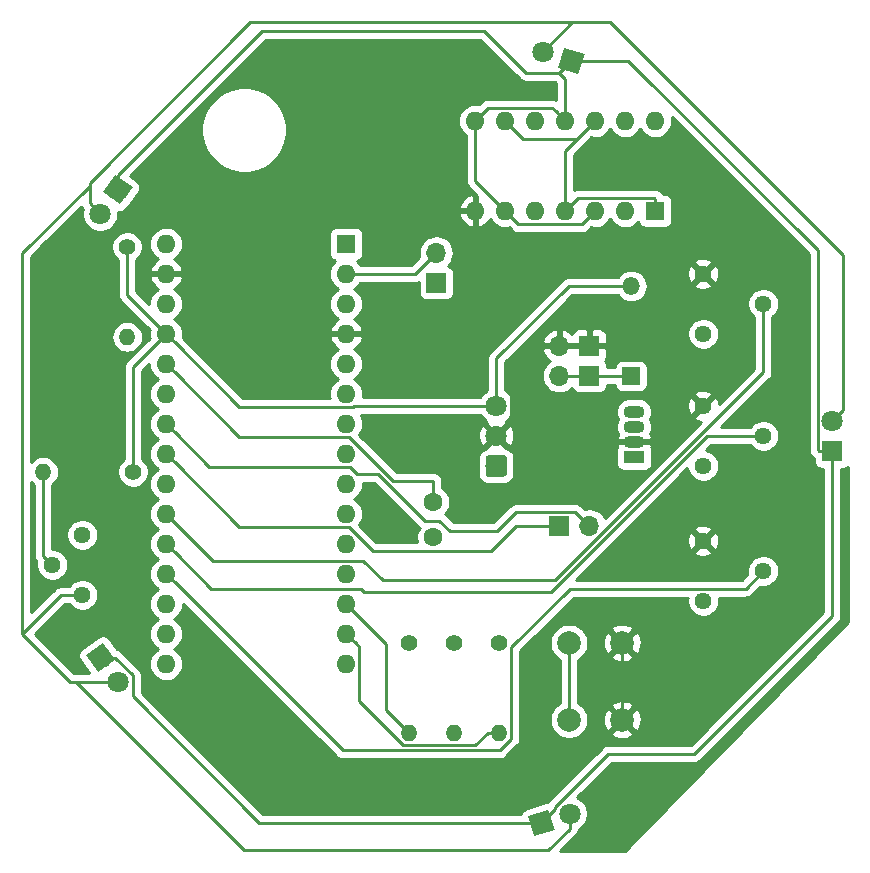
<source format=gbr>
G04 #@! TF.GenerationSoftware,KiCad,Pcbnew,(5.1.4)-1*
G04 #@! TF.CreationDate,2022-06-01T15:16:57+01:00*
G04 #@! TF.ProjectId,Swarm-B,53776172-6d2d-4422-9e6b-696361645f70,rev?*
G04 #@! TF.SameCoordinates,Original*
G04 #@! TF.FileFunction,Copper,L1,Top*
G04 #@! TF.FilePolarity,Positive*
%FSLAX46Y46*%
G04 Gerber Fmt 4.6, Leading zero omitted, Abs format (unit mm)*
G04 Created by KiCad (PCBNEW (5.1.4)-1) date 2022-06-01 15:16:57*
%MOMM*%
%LPD*%
G04 APERTURE LIST*
%ADD10C,1.440000*%
%ADD11O,1.600000X1.600000*%
%ADD12R,1.600000X1.600000*%
%ADD13C,1.800000*%
%ADD14C,0.100000*%
%ADD15R,1.700000X1.700000*%
%ADD16O,1.700000X1.700000*%
%ADD17R,1.800000X1.800000*%
%ADD18O,1.500000X1.500000*%
%ADD19R,1.500000X1.500000*%
%ADD20C,1.600000*%
%ADD21O,1.800000X1.070000*%
%ADD22R,1.800000X1.070000*%
%ADD23C,2.000000*%
%ADD24C,1.400000*%
%ADD25O,1.400000X1.400000*%
%ADD26C,0.800000*%
%ADD27C,0.250000*%
%ADD28C,0.254000*%
G04 APERTURE END LIST*
D10*
X141732000Y-103124000D03*
X146812000Y-105664000D03*
X141732000Y-108204000D03*
D11*
X96266000Y-113538000D03*
X111506000Y-113538000D03*
X96266000Y-77978000D03*
X111506000Y-110998000D03*
X96266000Y-80518000D03*
X111506000Y-108458000D03*
X96266000Y-83058000D03*
X111506000Y-105918000D03*
X96266000Y-85598000D03*
X111506000Y-103378000D03*
X96266000Y-88138000D03*
X111506000Y-100838000D03*
X96266000Y-90678000D03*
X111506000Y-98298000D03*
X96266000Y-93218000D03*
X111506000Y-95758000D03*
X96266000Y-95758000D03*
X111506000Y-93218000D03*
X96266000Y-98298000D03*
X111506000Y-90678000D03*
X96266000Y-100838000D03*
X111506000Y-88138000D03*
X96266000Y-103378000D03*
X111506000Y-85598000D03*
X96266000Y-105918000D03*
X111506000Y-83058000D03*
X96266000Y-108458000D03*
X111506000Y-80518000D03*
X96266000Y-110998000D03*
D12*
X111506000Y-77978000D03*
D13*
X124206000Y-91694000D03*
X124206000Y-94234000D03*
D14*
G36*
X124881947Y-95875196D02*
G01*
X124906060Y-95878773D01*
X124929707Y-95884696D01*
X124952659Y-95892908D01*
X124974695Y-95903331D01*
X124995604Y-95915863D01*
X125015183Y-95930384D01*
X125033245Y-95946755D01*
X125049616Y-95964817D01*
X125064137Y-95984396D01*
X125076669Y-96005305D01*
X125087092Y-96027341D01*
X125095304Y-96050293D01*
X125101227Y-96073940D01*
X125104804Y-96098053D01*
X125106000Y-96122400D01*
X125106000Y-97425600D01*
X125104804Y-97449947D01*
X125101227Y-97474060D01*
X125095304Y-97497707D01*
X125087092Y-97520659D01*
X125076669Y-97542695D01*
X125064137Y-97563604D01*
X125049616Y-97583183D01*
X125033245Y-97601245D01*
X125015183Y-97617616D01*
X124995604Y-97632137D01*
X124974695Y-97644669D01*
X124952659Y-97655092D01*
X124929707Y-97663304D01*
X124906060Y-97669227D01*
X124881947Y-97672804D01*
X124857600Y-97674000D01*
X123554400Y-97674000D01*
X123530053Y-97672804D01*
X123505940Y-97669227D01*
X123482293Y-97663304D01*
X123459341Y-97655092D01*
X123437305Y-97644669D01*
X123416396Y-97632137D01*
X123396817Y-97617616D01*
X123378755Y-97601245D01*
X123362384Y-97583183D01*
X123347863Y-97563604D01*
X123335331Y-97542695D01*
X123324908Y-97520659D01*
X123316696Y-97497707D01*
X123310773Y-97474060D01*
X123307196Y-97449947D01*
X123306000Y-97425600D01*
X123306000Y-96122400D01*
X123307196Y-96098053D01*
X123310773Y-96073940D01*
X123316696Y-96050293D01*
X123324908Y-96027341D01*
X123335331Y-96005305D01*
X123347863Y-95984396D01*
X123362384Y-95964817D01*
X123378755Y-95946755D01*
X123396817Y-95930384D01*
X123416396Y-95915863D01*
X123437305Y-95903331D01*
X123459341Y-95892908D01*
X123482293Y-95884696D01*
X123505940Y-95878773D01*
X123530053Y-95875196D01*
X123554400Y-95874000D01*
X124857600Y-95874000D01*
X124881947Y-95875196D01*
X124881947Y-95875196D01*
G37*
D13*
X124206000Y-96774000D03*
D15*
X132080000Y-89154000D03*
D16*
X129540000Y-89154000D03*
D15*
X132080000Y-86614000D03*
D16*
X129540000Y-86614000D03*
X132080000Y-101854000D03*
D15*
X129540000Y-101854000D03*
D13*
X128140316Y-61699097D03*
X130556000Y-62484000D03*
D14*
G36*
X131690066Y-61906164D02*
G01*
X131133836Y-63618066D01*
X129421934Y-63061836D01*
X129978164Y-61349934D01*
X131690066Y-61906164D01*
X131690066Y-61906164D01*
G37*
D13*
X90678000Y-75438000D03*
X92170975Y-73383097D03*
D14*
G36*
X91971866Y-72125975D02*
G01*
X93428097Y-73183988D01*
X92370084Y-74640219D01*
X90913853Y-73582206D01*
X91971866Y-72125975D01*
X91971866Y-72125975D01*
G37*
D13*
X92202000Y-115062000D03*
X90709025Y-113007097D03*
D14*
G36*
X89451903Y-112807988D02*
G01*
X90908134Y-111749975D01*
X91966147Y-113206206D01*
X90509916Y-114264219D01*
X89451903Y-112807988D01*
X89451903Y-112807988D01*
G37*
D13*
X130431684Y-126215097D03*
X128016000Y-127000000D03*
D14*
G36*
X127438164Y-128134066D02*
G01*
X126881934Y-126422164D01*
X128593836Y-125865934D01*
X129150066Y-127577836D01*
X127438164Y-128134066D01*
X127438164Y-128134066D01*
G37*
D13*
X152654000Y-92964000D03*
D17*
X152654000Y-95504000D03*
D18*
X135636000Y-81534000D03*
D19*
X135636000Y-89154000D03*
D20*
X118872000Y-102822000D03*
X118872000Y-99822000D03*
D16*
X119126000Y-78740000D03*
D15*
X119126000Y-81280000D03*
D21*
X135890000Y-92202000D03*
X135890000Y-93472000D03*
X135890000Y-94742000D03*
D22*
X135890000Y-96012000D03*
D23*
X130374000Y-111760000D03*
X134874000Y-111760000D03*
X130374000Y-118260000D03*
X134874000Y-118260000D03*
D12*
X137668000Y-75184000D03*
D11*
X122428000Y-67564000D03*
X135128000Y-75184000D03*
X124968000Y-67564000D03*
X132588000Y-75184000D03*
X127508000Y-67564000D03*
X130048000Y-75184000D03*
X130048000Y-67564000D03*
X127508000Y-75184000D03*
X132588000Y-67564000D03*
X124968000Y-75184000D03*
X135128000Y-67564000D03*
X122428000Y-75184000D03*
X137668000Y-67564000D03*
D24*
X93472000Y-97282000D03*
D25*
X85852000Y-97282000D03*
D24*
X124460000Y-111760000D03*
D25*
X124460000Y-119380000D03*
D24*
X116840000Y-111760000D03*
D25*
X116840000Y-119380000D03*
X120650000Y-119380000D03*
D24*
X120650000Y-111760000D03*
D25*
X92964000Y-85852000D03*
D24*
X92964000Y-78232000D03*
D10*
X141732000Y-96774000D03*
X146812000Y-94234000D03*
X141732000Y-91694000D03*
X141732000Y-80518000D03*
X146812000Y-83058000D03*
X141732000Y-85598000D03*
X89154000Y-107696000D03*
X86614000Y-105156000D03*
X89154000Y-102616000D03*
D26*
X135636000Y-126492000D03*
X114554000Y-99568000D03*
X119634000Y-71374000D03*
D27*
X112305999Y-111797999D02*
X111506000Y-110998000D01*
X112631001Y-112123001D02*
X112305999Y-111797999D01*
X112631001Y-116688003D02*
X112631001Y-112123001D01*
X116347999Y-120405001D02*
X112631001Y-116688003D01*
X122445050Y-120405001D02*
X116347999Y-120405001D01*
X123470051Y-119380000D02*
X122445050Y-120405001D01*
X124460000Y-119380000D02*
X123470051Y-119380000D01*
X114917001Y-117457001D02*
X116840000Y-119380000D01*
X114917001Y-111869001D02*
X111506000Y-108458000D01*
X114917001Y-117457001D02*
X114917001Y-111869001D01*
X118872000Y-98044000D02*
X118872000Y-99822000D01*
X97065999Y-88937999D02*
X96266000Y-88138000D01*
X102471001Y-94343001D02*
X97065999Y-88937999D01*
X111756003Y-94343001D02*
X102471001Y-94343001D01*
X115457002Y-98044000D02*
X111756003Y-94343001D01*
X118872000Y-98044000D02*
X115457002Y-98044000D01*
X130374000Y-118260000D02*
X130374000Y-111760000D01*
X130904999Y-100678999D02*
X125889999Y-100678999D01*
X118145599Y-101397011D02*
X114175587Y-97426999D01*
X132080000Y-101854000D02*
X130904999Y-100678999D01*
X125889999Y-100678999D02*
X124264988Y-102304010D01*
X124264988Y-102304010D02*
X120277519Y-102304010D01*
X120277519Y-102304010D02*
X119370520Y-101397011D01*
X119370520Y-101397011D02*
X118145599Y-101397011D01*
X97065999Y-94017999D02*
X96266000Y-93218000D01*
X99931001Y-96883001D02*
X97065999Y-94017999D01*
X111869001Y-96883001D02*
X99931001Y-96883001D01*
X112412999Y-97426999D02*
X111869001Y-96883001D01*
X114175587Y-97426999D02*
X112412999Y-97426999D01*
X129540000Y-101854000D02*
X125900000Y-101854000D01*
X123806999Y-103947001D02*
X113740003Y-103947001D01*
X113740003Y-103947001D02*
X111756003Y-101963001D01*
X97065999Y-96557999D02*
X96266000Y-95758000D01*
X125900000Y-101854000D02*
X123806999Y-103947001D01*
X111756003Y-101963001D02*
X102471001Y-101963001D01*
X102471001Y-101963001D02*
X97065999Y-96557999D01*
X146812000Y-88861002D02*
X146812000Y-83058000D01*
X129203981Y-106469021D02*
X146812000Y-88861002D01*
X114597021Y-106469021D02*
X129203981Y-106469021D01*
X112920999Y-104792999D02*
X114597021Y-106469021D01*
X96266000Y-100838000D02*
X100220999Y-104792999D01*
X100220999Y-104792999D02*
X112920999Y-104792999D01*
X97065999Y-104177999D02*
X96266000Y-103378000D01*
X100076000Y-107188000D02*
X97065999Y-104177999D01*
X112776000Y-107188000D02*
X100076000Y-107188000D01*
X113049991Y-107461991D02*
X112776000Y-107188000D01*
X128847421Y-107461991D02*
X127019991Y-107461991D01*
X142075412Y-94234000D02*
X128847421Y-107461991D01*
X146812000Y-94234000D02*
X142075412Y-94234000D01*
X127019991Y-107461991D02*
X113049991Y-107461991D01*
X97065999Y-106717999D02*
X96266000Y-105918000D01*
X124501992Y-120855010D02*
X111203010Y-120855010D01*
X125485001Y-119872001D02*
X124501992Y-120855010D01*
X111203010Y-120855010D02*
X97065999Y-106717999D01*
X130461644Y-107158999D02*
X125485001Y-112135642D01*
X145317001Y-107158999D02*
X130461644Y-107158999D01*
X125485001Y-112135642D02*
X125485001Y-119872001D01*
X146812000Y-105664000D02*
X145317001Y-107158999D01*
X117348000Y-80518000D02*
X119126000Y-78740000D01*
X111506000Y-80518000D02*
X117348000Y-80518000D01*
X130048000Y-70104000D02*
X130048000Y-75184000D01*
X132588000Y-67564000D02*
X130048000Y-70104000D01*
X137668000Y-74134000D02*
X137668000Y-75184000D01*
X137592999Y-74058999D02*
X137668000Y-74134000D01*
X131173001Y-74058999D02*
X137592999Y-74058999D01*
X130048000Y-75184000D02*
X131173001Y-74058999D01*
X131788001Y-68363999D02*
X132588000Y-67564000D01*
X131064000Y-69088000D02*
X131788001Y-68363999D01*
X126492000Y-69088000D02*
X131064000Y-69088000D01*
X124968000Y-67564000D02*
X126492000Y-69088000D01*
X153553999Y-92064001D02*
X153553999Y-78877999D01*
X152654000Y-92964000D02*
X153553999Y-92064001D01*
X153553999Y-78877999D02*
X133858000Y-59182000D01*
X133858000Y-59182000D02*
X130657413Y-59182000D01*
X130657413Y-59182000D02*
X128140316Y-61699097D01*
X130657413Y-59182000D02*
X103378000Y-59182000D01*
X89778001Y-74538001D02*
X90678000Y-75438000D01*
X89778001Y-72781999D02*
X89778001Y-74538001D01*
X103378000Y-59182000D02*
X89778001Y-72781999D01*
X89778001Y-73035999D02*
X84074000Y-78740000D01*
X89778001Y-72781999D02*
X89778001Y-73035999D01*
X84074000Y-78740000D02*
X84074000Y-110998000D01*
X84074000Y-110998000D02*
X88138000Y-115062000D01*
X130431684Y-127487889D02*
X128633573Y-129286000D01*
X130431684Y-126215097D02*
X130431684Y-127487889D01*
X102870000Y-129286000D02*
X88646000Y-115062000D01*
X128633573Y-129286000D02*
X102870000Y-129286000D01*
X88138000Y-115062000D02*
X88646000Y-115062000D01*
X88646000Y-115062000D02*
X92202000Y-115062000D01*
X87376000Y-107696000D02*
X84074000Y-110998000D01*
X89154000Y-107696000D02*
X87376000Y-107696000D01*
X129540000Y-63500000D02*
X130556000Y-62484000D01*
X130556000Y-62484000D02*
X135382000Y-62484000D01*
X151504000Y-95504000D02*
X152654000Y-95504000D01*
X151428999Y-95428999D02*
X151504000Y-95504000D01*
X151428999Y-78530999D02*
X151428999Y-95428999D01*
X135382000Y-62484000D02*
X151428999Y-78530999D01*
X128016000Y-127000000D02*
X104140000Y-127000000D01*
X91921485Y-113007097D02*
X90709025Y-113007097D01*
X93427001Y-114512613D02*
X91921485Y-113007097D01*
X93427001Y-116287001D02*
X93427001Y-114512613D01*
X104140000Y-127000000D02*
X93427001Y-116287001D01*
X152654000Y-96654000D02*
X152654000Y-95504000D01*
X152654000Y-109481002D02*
X152654000Y-96654000D01*
X140994001Y-121141001D02*
X152654000Y-109481002D01*
X129206683Y-125627096D02*
X133692778Y-121141001D01*
X129206683Y-125809317D02*
X129206683Y-125627096D01*
X133692778Y-121141001D02*
X140994001Y-121141001D01*
X128016000Y-127000000D02*
X129206683Y-125809317D01*
X92170975Y-72167025D02*
X92170975Y-73383097D01*
X104394000Y-59944000D02*
X92170975Y-72167025D01*
X123190000Y-59944000D02*
X104394000Y-59944000D01*
X129540000Y-63500000D02*
X126746000Y-63500000D01*
X126746000Y-63500000D02*
X123190000Y-59944000D01*
X130048000Y-64008000D02*
X130048000Y-67564000D01*
X129540000Y-63500000D02*
X130048000Y-64008000D01*
X129248001Y-66764001D02*
X130048000Y-67564000D01*
X128922999Y-66438999D02*
X129248001Y-66764001D01*
X123553001Y-66438999D02*
X128922999Y-66438999D01*
X122428000Y-67564000D02*
X123553001Y-66438999D01*
X131788001Y-75983999D02*
X132588000Y-75184000D01*
X131462999Y-76309001D02*
X131788001Y-75983999D01*
X126093001Y-76309001D02*
X131462999Y-76309001D01*
X124968000Y-75184000D02*
X126093001Y-76309001D01*
X122428000Y-72644000D02*
X124968000Y-75184000D01*
X122428000Y-67564000D02*
X122428000Y-72644000D01*
X134874000Y-116845787D02*
X134874000Y-111760000D01*
X134874000Y-118260000D02*
X134874000Y-116845787D01*
X125431001Y-88182999D02*
X125431001Y-93008999D01*
X127000000Y-86614000D02*
X125431001Y-88182999D01*
X132080000Y-86614000D02*
X129540000Y-86614000D01*
X129540000Y-86614000D02*
X127000000Y-86614000D01*
X124206000Y-90421208D02*
X124206000Y-91694000D01*
X124206000Y-87668998D02*
X124206000Y-90421208D01*
X130340998Y-81534000D02*
X124206000Y-87668998D01*
X133604000Y-81534000D02*
X130340998Y-81534000D01*
X135636000Y-81534000D02*
X133604000Y-81534000D01*
X93472000Y-88392000D02*
X93472000Y-97282000D01*
X96266000Y-85598000D02*
X93472000Y-88392000D01*
X92964000Y-82296000D02*
X96266000Y-85598000D01*
X92964000Y-78232000D02*
X92964000Y-82296000D01*
X97065999Y-86397999D02*
X96266000Y-85598000D01*
X102471001Y-91803001D02*
X97065999Y-86397999D01*
X112046001Y-91803001D02*
X102471001Y-91803001D01*
X112155002Y-91694000D02*
X112046001Y-91803001D01*
X124206000Y-91694000D02*
X112155002Y-91694000D01*
X123444000Y-97536000D02*
X124206000Y-96774000D01*
X85852000Y-104394000D02*
X86614000Y-105156000D01*
X85852000Y-97282000D02*
X85852000Y-104394000D01*
X135636000Y-89154000D02*
X132080000Y-89154000D01*
X132080000Y-89154000D02*
X129540000Y-89154000D01*
D28*
G36*
X153991001Y-109953393D02*
G01*
X135088821Y-129353000D01*
X129641374Y-129353000D01*
X130942687Y-128051688D01*
X130971685Y-128027890D01*
X130998016Y-127995806D01*
X131066658Y-127912166D01*
X131137230Y-127780136D01*
X131143338Y-127760000D01*
X131180687Y-127636875D01*
X131188712Y-127555395D01*
X131410189Y-127407409D01*
X131623996Y-127193602D01*
X131791983Y-126942192D01*
X131907695Y-126662840D01*
X131966684Y-126366281D01*
X131966684Y-126063913D01*
X131907695Y-125767354D01*
X131791983Y-125488002D01*
X131623996Y-125236592D01*
X131410189Y-125022785D01*
X131158779Y-124854798D01*
X131084535Y-124824045D01*
X134007581Y-121901001D01*
X140956679Y-121901001D01*
X140994001Y-121904677D01*
X141031323Y-121901001D01*
X141031334Y-121901001D01*
X141142987Y-121890004D01*
X141286248Y-121846547D01*
X141418277Y-121775975D01*
X141534002Y-121681002D01*
X141557805Y-121651998D01*
X153165004Y-110044800D01*
X153194001Y-110021003D01*
X153288974Y-109905278D01*
X153359546Y-109773249D01*
X153403003Y-109629988D01*
X153414000Y-109518335D01*
X153414000Y-109518327D01*
X153417676Y-109481002D01*
X153414000Y-109443677D01*
X153414000Y-97042072D01*
X153554000Y-97042072D01*
X153678482Y-97029812D01*
X153798180Y-96993502D01*
X153908494Y-96934537D01*
X153991001Y-96866826D01*
X153991001Y-109953393D01*
X153991001Y-109953393D01*
G37*
X153991001Y-109953393D02*
X135088821Y-129353000D01*
X129641374Y-129353000D01*
X130942687Y-128051688D01*
X130971685Y-128027890D01*
X130998016Y-127995806D01*
X131066658Y-127912166D01*
X131137230Y-127780136D01*
X131143338Y-127760000D01*
X131180687Y-127636875D01*
X131188712Y-127555395D01*
X131410189Y-127407409D01*
X131623996Y-127193602D01*
X131791983Y-126942192D01*
X131907695Y-126662840D01*
X131966684Y-126366281D01*
X131966684Y-126063913D01*
X131907695Y-125767354D01*
X131791983Y-125488002D01*
X131623996Y-125236592D01*
X131410189Y-125022785D01*
X131158779Y-124854798D01*
X131084535Y-124824045D01*
X134007581Y-121901001D01*
X140956679Y-121901001D01*
X140994001Y-121904677D01*
X141031323Y-121901001D01*
X141031334Y-121901001D01*
X141142987Y-121890004D01*
X141286248Y-121846547D01*
X141418277Y-121775975D01*
X141534002Y-121681002D01*
X141557805Y-121651998D01*
X153165004Y-110044800D01*
X153194001Y-110021003D01*
X153288974Y-109905278D01*
X153359546Y-109773249D01*
X153403003Y-109629988D01*
X153414000Y-109518335D01*
X153414000Y-109518327D01*
X153417676Y-109481002D01*
X153414000Y-109443677D01*
X153414000Y-97042072D01*
X153554000Y-97042072D01*
X153678482Y-97029812D01*
X153798180Y-96993502D01*
X153908494Y-96934537D01*
X153991001Y-96866826D01*
X153991001Y-109953393D01*
G36*
X126182205Y-64011008D02*
G01*
X126205999Y-64040001D01*
X126234992Y-64063795D01*
X126234996Y-64063799D01*
X126302448Y-64119155D01*
X126321724Y-64134974D01*
X126453753Y-64205546D01*
X126597014Y-64249003D01*
X126708667Y-64260000D01*
X126708676Y-64260000D01*
X126745999Y-64263676D01*
X126783322Y-64260000D01*
X129225199Y-64260000D01*
X129288000Y-64322802D01*
X129288000Y-65772342D01*
X129215246Y-65733453D01*
X129071985Y-65689996D01*
X128960332Y-65678999D01*
X128960321Y-65678999D01*
X128922999Y-65675323D01*
X128885677Y-65678999D01*
X123590326Y-65678999D01*
X123553001Y-65675323D01*
X123515676Y-65678999D01*
X123515668Y-65678999D01*
X123404015Y-65689996D01*
X123260754Y-65733453D01*
X123128725Y-65804025D01*
X123013000Y-65898998D01*
X122989202Y-65927996D01*
X122753906Y-66163292D01*
X122709309Y-66149764D01*
X122498492Y-66129000D01*
X122357508Y-66129000D01*
X122146691Y-66149764D01*
X121876192Y-66231818D01*
X121626899Y-66365068D01*
X121408392Y-66544392D01*
X121229068Y-66762899D01*
X121095818Y-67012192D01*
X121013764Y-67282691D01*
X120986057Y-67564000D01*
X121013764Y-67845309D01*
X121095818Y-68115808D01*
X121229068Y-68365101D01*
X121408392Y-68583608D01*
X121626899Y-68762932D01*
X121668000Y-68784901D01*
X121668001Y-72606668D01*
X121664324Y-72644000D01*
X121668001Y-72681333D01*
X121672876Y-72730824D01*
X121678998Y-72792985D01*
X121722454Y-72936246D01*
X121793026Y-73068276D01*
X121864201Y-73155002D01*
X121888000Y-73184001D01*
X121916998Y-73207799D01*
X122599071Y-73889872D01*
X122555000Y-73914085D01*
X122555000Y-75057000D01*
X122575000Y-75057000D01*
X122575000Y-75311000D01*
X122555000Y-75311000D01*
X122555000Y-76453915D01*
X122777039Y-76575904D01*
X122911087Y-76535246D01*
X123165420Y-76415037D01*
X123391414Y-76247519D01*
X123580385Y-76039131D01*
X123695421Y-75847318D01*
X123769068Y-75985101D01*
X123948392Y-76203608D01*
X124166899Y-76382932D01*
X124416192Y-76516182D01*
X124686691Y-76598236D01*
X124897508Y-76619000D01*
X125038492Y-76619000D01*
X125249309Y-76598236D01*
X125293906Y-76584708D01*
X125529202Y-76820004D01*
X125553000Y-76849002D01*
X125668725Y-76943975D01*
X125800754Y-77014547D01*
X125944015Y-77058004D01*
X126055668Y-77069001D01*
X126055676Y-77069001D01*
X126093001Y-77072677D01*
X126130326Y-77069001D01*
X131425677Y-77069001D01*
X131462999Y-77072677D01*
X131500321Y-77069001D01*
X131500332Y-77069001D01*
X131611985Y-77058004D01*
X131755246Y-77014547D01*
X131887275Y-76943975D01*
X132003000Y-76849002D01*
X132026803Y-76819998D01*
X132262093Y-76584708D01*
X132306691Y-76598236D01*
X132517508Y-76619000D01*
X132658492Y-76619000D01*
X132869309Y-76598236D01*
X133139808Y-76516182D01*
X133389101Y-76382932D01*
X133607608Y-76203608D01*
X133786932Y-75985101D01*
X133858000Y-75852142D01*
X133929068Y-75985101D01*
X134108392Y-76203608D01*
X134326899Y-76382932D01*
X134576192Y-76516182D01*
X134846691Y-76598236D01*
X135057508Y-76619000D01*
X135198492Y-76619000D01*
X135409309Y-76598236D01*
X135679808Y-76516182D01*
X135929101Y-76382932D01*
X136147608Y-76203608D01*
X136240419Y-76090518D01*
X136242188Y-76108482D01*
X136278498Y-76228180D01*
X136337463Y-76338494D01*
X136416815Y-76435185D01*
X136513506Y-76514537D01*
X136623820Y-76573502D01*
X136743518Y-76609812D01*
X136868000Y-76622072D01*
X138468000Y-76622072D01*
X138592482Y-76609812D01*
X138712180Y-76573502D01*
X138822494Y-76514537D01*
X138919185Y-76435185D01*
X138998537Y-76338494D01*
X139057502Y-76228180D01*
X139093812Y-76108482D01*
X139106072Y-75984000D01*
X139106072Y-74384000D01*
X139093812Y-74259518D01*
X139057502Y-74139820D01*
X138998537Y-74029506D01*
X138919185Y-73932815D01*
X138822494Y-73853463D01*
X138712180Y-73794498D01*
X138592482Y-73758188D01*
X138468000Y-73745928D01*
X138322326Y-73745928D01*
X138302974Y-73709724D01*
X138208001Y-73593999D01*
X138179002Y-73570200D01*
X138156801Y-73547999D01*
X138133000Y-73518998D01*
X138017275Y-73424025D01*
X137885246Y-73353453D01*
X137741985Y-73309996D01*
X137630332Y-73298999D01*
X137630321Y-73298999D01*
X137592999Y-73295323D01*
X137555677Y-73298999D01*
X131210326Y-73298999D01*
X131173001Y-73295323D01*
X131135676Y-73298999D01*
X131135668Y-73298999D01*
X131024015Y-73309996D01*
X130880754Y-73353453D01*
X130808000Y-73392341D01*
X130808000Y-70418801D01*
X131575003Y-69651799D01*
X131604001Y-69628001D01*
X131627800Y-69599002D01*
X132262094Y-68964708D01*
X132306691Y-68978236D01*
X132517508Y-68999000D01*
X132658492Y-68999000D01*
X132869309Y-68978236D01*
X133139808Y-68896182D01*
X133389101Y-68762932D01*
X133607608Y-68583608D01*
X133786932Y-68365101D01*
X133858000Y-68232142D01*
X133929068Y-68365101D01*
X134108392Y-68583608D01*
X134326899Y-68762932D01*
X134576192Y-68896182D01*
X134846691Y-68978236D01*
X135057508Y-68999000D01*
X135198492Y-68999000D01*
X135409309Y-68978236D01*
X135679808Y-68896182D01*
X135929101Y-68762932D01*
X136147608Y-68583608D01*
X136326932Y-68365101D01*
X136398000Y-68232142D01*
X136469068Y-68365101D01*
X136648392Y-68583608D01*
X136866899Y-68762932D01*
X137116192Y-68896182D01*
X137386691Y-68978236D01*
X137597508Y-68999000D01*
X137738492Y-68999000D01*
X137949309Y-68978236D01*
X138219808Y-68896182D01*
X138469101Y-68762932D01*
X138687608Y-68583608D01*
X138866932Y-68365101D01*
X139000182Y-68115808D01*
X139082236Y-67845309D01*
X139109943Y-67564000D01*
X139082236Y-67282691D01*
X139071937Y-67248738D01*
X150668999Y-78845801D01*
X150669000Y-95391666D01*
X150665323Y-95428999D01*
X150669000Y-95466332D01*
X150679997Y-95577985D01*
X150689410Y-95609015D01*
X150723453Y-95721245D01*
X150794025Y-95853275D01*
X150865200Y-95940001D01*
X150888999Y-95969000D01*
X150917995Y-95992796D01*
X150940199Y-96015001D01*
X150963999Y-96044001D01*
X151079724Y-96138974D01*
X151115928Y-96158326D01*
X151115928Y-96404000D01*
X151128188Y-96528482D01*
X151164498Y-96648180D01*
X151223463Y-96758494D01*
X151302815Y-96855185D01*
X151399506Y-96934537D01*
X151509820Y-96993502D01*
X151629518Y-97029812D01*
X151754000Y-97042072D01*
X151894001Y-97042072D01*
X151894000Y-109166200D01*
X140679200Y-120381001D01*
X133730100Y-120381001D01*
X133692777Y-120377325D01*
X133655454Y-120381001D01*
X133655445Y-120381001D01*
X133543792Y-120391998D01*
X133400531Y-120435455D01*
X133268502Y-120506027D01*
X133268500Y-120506028D01*
X133268501Y-120506028D01*
X133181774Y-120577202D01*
X133181770Y-120577206D01*
X133152777Y-120601000D01*
X133128983Y-120629993D01*
X128695684Y-125063294D01*
X128666682Y-125087095D01*
X128571709Y-125202820D01*
X128556353Y-125231548D01*
X128518839Y-125232285D01*
X128396661Y-125259091D01*
X126684759Y-125815321D01*
X126570159Y-125865449D01*
X126467540Y-125936970D01*
X126380845Y-126027137D01*
X126313408Y-126132485D01*
X126271327Y-126240000D01*
X104454803Y-126240000D01*
X94187001Y-115972200D01*
X94187001Y-114549935D01*
X94190677Y-114512612D01*
X94187001Y-114475289D01*
X94187001Y-114475280D01*
X94176004Y-114363627D01*
X94132547Y-114220366D01*
X94061975Y-114088336D01*
X93990800Y-114001610D01*
X93967002Y-113972612D01*
X93938004Y-113948814D01*
X92485289Y-112496100D01*
X92461486Y-112467096D01*
X92345761Y-112372123D01*
X92213732Y-112301551D01*
X92070471Y-112258094D01*
X92065659Y-112257620D01*
X91424345Y-111374926D01*
X91341258Y-111281425D01*
X91241526Y-111205929D01*
X91128982Y-111151341D01*
X91007951Y-111119759D01*
X90883084Y-111112395D01*
X90759179Y-111129533D01*
X90640999Y-111170514D01*
X90533085Y-111233764D01*
X89076854Y-112291777D01*
X88983353Y-112374864D01*
X88907857Y-112474596D01*
X88853269Y-112587140D01*
X88821687Y-112708171D01*
X88814323Y-112833038D01*
X88831461Y-112956943D01*
X88872442Y-113075123D01*
X88935692Y-113183037D01*
X89748666Y-114302000D01*
X88683322Y-114302000D01*
X88646000Y-114298324D01*
X88608678Y-114302000D01*
X88452802Y-114302000D01*
X85148801Y-110998000D01*
X87690802Y-108456000D01*
X88032172Y-108456000D01*
X88101503Y-108559762D01*
X88290238Y-108748497D01*
X88512167Y-108896785D01*
X88758761Y-108998928D01*
X89020544Y-109051000D01*
X89287456Y-109051000D01*
X89549239Y-108998928D01*
X89795833Y-108896785D01*
X90017762Y-108748497D01*
X90206497Y-108559762D01*
X90354785Y-108337833D01*
X90456928Y-108091239D01*
X90509000Y-107829456D01*
X90509000Y-107562544D01*
X90456928Y-107300761D01*
X90354785Y-107054167D01*
X90206497Y-106832238D01*
X90017762Y-106643503D01*
X89795833Y-106495215D01*
X89549239Y-106393072D01*
X89287456Y-106341000D01*
X89020544Y-106341000D01*
X88758761Y-106393072D01*
X88512167Y-106495215D01*
X88290238Y-106643503D01*
X88101503Y-106832238D01*
X88032172Y-106936000D01*
X87413322Y-106936000D01*
X87375999Y-106932324D01*
X87338676Y-106936000D01*
X87338667Y-106936000D01*
X87227014Y-106946997D01*
X87083753Y-106990454D01*
X86951724Y-107061026D01*
X86835999Y-107155999D01*
X86812201Y-107184997D01*
X84834000Y-109163199D01*
X84834000Y-98145936D01*
X84903445Y-98230555D01*
X85092000Y-98385298D01*
X85092001Y-104356668D01*
X85088324Y-104394000D01*
X85102998Y-104542985D01*
X85146454Y-104686246D01*
X85217026Y-104818276D01*
X85270591Y-104883544D01*
X85283516Y-104899293D01*
X85259000Y-105022544D01*
X85259000Y-105289456D01*
X85311072Y-105551239D01*
X85413215Y-105797833D01*
X85561503Y-106019762D01*
X85750238Y-106208497D01*
X85972167Y-106356785D01*
X86218761Y-106458928D01*
X86480544Y-106511000D01*
X86747456Y-106511000D01*
X87009239Y-106458928D01*
X87255833Y-106356785D01*
X87477762Y-106208497D01*
X87666497Y-106019762D01*
X87814785Y-105797833D01*
X87916928Y-105551239D01*
X87969000Y-105289456D01*
X87969000Y-105022544D01*
X87916928Y-104760761D01*
X87814785Y-104514167D01*
X87666497Y-104292238D01*
X87477762Y-104103503D01*
X87255833Y-103955215D01*
X87009239Y-103853072D01*
X86747456Y-103801000D01*
X86612000Y-103801000D01*
X86612000Y-102482544D01*
X87799000Y-102482544D01*
X87799000Y-102749456D01*
X87851072Y-103011239D01*
X87953215Y-103257833D01*
X88101503Y-103479762D01*
X88290238Y-103668497D01*
X88512167Y-103816785D01*
X88758761Y-103918928D01*
X89020544Y-103971000D01*
X89287456Y-103971000D01*
X89549239Y-103918928D01*
X89795833Y-103816785D01*
X90017762Y-103668497D01*
X90206497Y-103479762D01*
X90354785Y-103257833D01*
X90456928Y-103011239D01*
X90509000Y-102749456D01*
X90509000Y-102482544D01*
X90456928Y-102220761D01*
X90354785Y-101974167D01*
X90206497Y-101752238D01*
X90017762Y-101563503D01*
X89795833Y-101415215D01*
X89549239Y-101313072D01*
X89287456Y-101261000D01*
X89020544Y-101261000D01*
X88758761Y-101313072D01*
X88512167Y-101415215D01*
X88290238Y-101563503D01*
X88101503Y-101752238D01*
X87953215Y-101974167D01*
X87851072Y-102220761D01*
X87799000Y-102482544D01*
X86612000Y-102482544D01*
X86612000Y-98385298D01*
X86800555Y-98230555D01*
X86967382Y-98027275D01*
X87091347Y-97795354D01*
X87167683Y-97543706D01*
X87193459Y-97282000D01*
X87167683Y-97020294D01*
X87091347Y-96768646D01*
X86967382Y-96536725D01*
X86800555Y-96333445D01*
X86597275Y-96166618D01*
X86365354Y-96042653D01*
X86113706Y-95966317D01*
X85917579Y-95947000D01*
X85786421Y-95947000D01*
X85590294Y-95966317D01*
X85338646Y-96042653D01*
X85106725Y-96166618D01*
X84903445Y-96333445D01*
X84834000Y-96418064D01*
X84834000Y-85852000D01*
X91622541Y-85852000D01*
X91648317Y-86113706D01*
X91724653Y-86365354D01*
X91848618Y-86597275D01*
X92015445Y-86800555D01*
X92218725Y-86967382D01*
X92450646Y-87091347D01*
X92702294Y-87167683D01*
X92898421Y-87187000D01*
X93029579Y-87187000D01*
X93225706Y-87167683D01*
X93477354Y-87091347D01*
X93709275Y-86967382D01*
X93912555Y-86800555D01*
X94079382Y-86597275D01*
X94203347Y-86365354D01*
X94279683Y-86113706D01*
X94305459Y-85852000D01*
X94279683Y-85590294D01*
X94203347Y-85338646D01*
X94079382Y-85106725D01*
X93912555Y-84903445D01*
X93709275Y-84736618D01*
X93477354Y-84612653D01*
X93225706Y-84536317D01*
X93029579Y-84517000D01*
X92898421Y-84517000D01*
X92702294Y-84536317D01*
X92450646Y-84612653D01*
X92218725Y-84736618D01*
X92015445Y-84903445D01*
X91848618Y-85106725D01*
X91724653Y-85338646D01*
X91648317Y-85590294D01*
X91622541Y-85852000D01*
X84834000Y-85852000D01*
X84834000Y-79054801D01*
X85788287Y-78100514D01*
X91629000Y-78100514D01*
X91629000Y-78363486D01*
X91680304Y-78621405D01*
X91780939Y-78864359D01*
X91927038Y-79083013D01*
X92112987Y-79268962D01*
X92204000Y-79329775D01*
X92204001Y-82258668D01*
X92200324Y-82296000D01*
X92214998Y-82444985D01*
X92258454Y-82588246D01*
X92329026Y-82720276D01*
X92400201Y-82807002D01*
X92424000Y-82836001D01*
X92452998Y-82859799D01*
X94865292Y-85272094D01*
X94851764Y-85316691D01*
X94824057Y-85598000D01*
X94851764Y-85879309D01*
X94865292Y-85923906D01*
X92961003Y-87828196D01*
X92931999Y-87851999D01*
X92881696Y-87913294D01*
X92837026Y-87967724D01*
X92790121Y-88055476D01*
X92766454Y-88099754D01*
X92722997Y-88243015D01*
X92712000Y-88354668D01*
X92712000Y-88354678D01*
X92708324Y-88392000D01*
X92712000Y-88429322D01*
X92712001Y-96184225D01*
X92620987Y-96245038D01*
X92435038Y-96430987D01*
X92288939Y-96649641D01*
X92188304Y-96892595D01*
X92137000Y-97150514D01*
X92137000Y-97413486D01*
X92188304Y-97671405D01*
X92288939Y-97914359D01*
X92435038Y-98133013D01*
X92620987Y-98318962D01*
X92839641Y-98465061D01*
X93082595Y-98565696D01*
X93340514Y-98617000D01*
X93603486Y-98617000D01*
X93861405Y-98565696D01*
X94104359Y-98465061D01*
X94323013Y-98318962D01*
X94508962Y-98133013D01*
X94655061Y-97914359D01*
X94755696Y-97671405D01*
X94807000Y-97413486D01*
X94807000Y-97150514D01*
X94755696Y-96892595D01*
X94655061Y-96649641D01*
X94508962Y-96430987D01*
X94323013Y-96245038D01*
X94232000Y-96184225D01*
X94232000Y-88706801D01*
X94826598Y-88112204D01*
X94824057Y-88138000D01*
X94851764Y-88419309D01*
X94933818Y-88689808D01*
X95067068Y-88939101D01*
X95246392Y-89157608D01*
X95464899Y-89336932D01*
X95597858Y-89408000D01*
X95464899Y-89479068D01*
X95246392Y-89658392D01*
X95067068Y-89876899D01*
X94933818Y-90126192D01*
X94851764Y-90396691D01*
X94824057Y-90678000D01*
X94851764Y-90959309D01*
X94933818Y-91229808D01*
X95067068Y-91479101D01*
X95246392Y-91697608D01*
X95464899Y-91876932D01*
X95597858Y-91948000D01*
X95464899Y-92019068D01*
X95246392Y-92198392D01*
X95067068Y-92416899D01*
X94933818Y-92666192D01*
X94851764Y-92936691D01*
X94824057Y-93218000D01*
X94851764Y-93499309D01*
X94933818Y-93769808D01*
X95067068Y-94019101D01*
X95246392Y-94237608D01*
X95464899Y-94416932D01*
X95597858Y-94488000D01*
X95464899Y-94559068D01*
X95246392Y-94738392D01*
X95067068Y-94956899D01*
X94933818Y-95206192D01*
X94851764Y-95476691D01*
X94824057Y-95758000D01*
X94851764Y-96039309D01*
X94933818Y-96309808D01*
X95067068Y-96559101D01*
X95246392Y-96777608D01*
X95464899Y-96956932D01*
X95597858Y-97028000D01*
X95464899Y-97099068D01*
X95246392Y-97278392D01*
X95067068Y-97496899D01*
X94933818Y-97746192D01*
X94851764Y-98016691D01*
X94824057Y-98298000D01*
X94851764Y-98579309D01*
X94933818Y-98849808D01*
X95067068Y-99099101D01*
X95246392Y-99317608D01*
X95464899Y-99496932D01*
X95597858Y-99568000D01*
X95464899Y-99639068D01*
X95246392Y-99818392D01*
X95067068Y-100036899D01*
X94933818Y-100286192D01*
X94851764Y-100556691D01*
X94824057Y-100838000D01*
X94851764Y-101119309D01*
X94933818Y-101389808D01*
X95067068Y-101639101D01*
X95246392Y-101857608D01*
X95464899Y-102036932D01*
X95597858Y-102108000D01*
X95464899Y-102179068D01*
X95246392Y-102358392D01*
X95067068Y-102576899D01*
X94933818Y-102826192D01*
X94851764Y-103096691D01*
X94824057Y-103378000D01*
X94851764Y-103659309D01*
X94933818Y-103929808D01*
X95067068Y-104179101D01*
X95246392Y-104397608D01*
X95464899Y-104576932D01*
X95597858Y-104648000D01*
X95464899Y-104719068D01*
X95246392Y-104898392D01*
X95067068Y-105116899D01*
X94933818Y-105366192D01*
X94851764Y-105636691D01*
X94824057Y-105918000D01*
X94851764Y-106199309D01*
X94933818Y-106469808D01*
X95067068Y-106719101D01*
X95246392Y-106937608D01*
X95464899Y-107116932D01*
X95597858Y-107188000D01*
X95464899Y-107259068D01*
X95246392Y-107438392D01*
X95067068Y-107656899D01*
X94933818Y-107906192D01*
X94851764Y-108176691D01*
X94824057Y-108458000D01*
X94851764Y-108739309D01*
X94933818Y-109009808D01*
X95067068Y-109259101D01*
X95246392Y-109477608D01*
X95464899Y-109656932D01*
X95597858Y-109728000D01*
X95464899Y-109799068D01*
X95246392Y-109978392D01*
X95067068Y-110196899D01*
X94933818Y-110446192D01*
X94851764Y-110716691D01*
X94824057Y-110998000D01*
X94851764Y-111279309D01*
X94933818Y-111549808D01*
X95067068Y-111799101D01*
X95246392Y-112017608D01*
X95464899Y-112196932D01*
X95597858Y-112268000D01*
X95464899Y-112339068D01*
X95246392Y-112518392D01*
X95067068Y-112736899D01*
X94933818Y-112986192D01*
X94851764Y-113256691D01*
X94824057Y-113538000D01*
X94851764Y-113819309D01*
X94933818Y-114089808D01*
X95067068Y-114339101D01*
X95246392Y-114557608D01*
X95464899Y-114736932D01*
X95714192Y-114870182D01*
X95984691Y-114952236D01*
X96195508Y-114973000D01*
X96336492Y-114973000D01*
X96547309Y-114952236D01*
X96817808Y-114870182D01*
X97067101Y-114736932D01*
X97285608Y-114557608D01*
X97464932Y-114339101D01*
X97598182Y-114089808D01*
X97680236Y-113819309D01*
X97707943Y-113538000D01*
X97680236Y-113256691D01*
X97598182Y-112986192D01*
X97464932Y-112736899D01*
X97285608Y-112518392D01*
X97067101Y-112339068D01*
X96934142Y-112268000D01*
X97067101Y-112196932D01*
X97285608Y-112017608D01*
X97464932Y-111799101D01*
X97598182Y-111549808D01*
X97680236Y-111279309D01*
X97707943Y-110998000D01*
X97680236Y-110716691D01*
X97598182Y-110446192D01*
X97464932Y-110196899D01*
X97285608Y-109978392D01*
X97067101Y-109799068D01*
X96934142Y-109728000D01*
X97067101Y-109656932D01*
X97285608Y-109477608D01*
X97464932Y-109259101D01*
X97598182Y-109009808D01*
X97680236Y-108739309D01*
X97707943Y-108458000D01*
X97705402Y-108432203D01*
X110639211Y-121366013D01*
X110663009Y-121395011D01*
X110778734Y-121489984D01*
X110910763Y-121560556D01*
X111054024Y-121604013D01*
X111165677Y-121615010D01*
X111165685Y-121615010D01*
X111203010Y-121618686D01*
X111240335Y-121615010D01*
X124464670Y-121615010D01*
X124501992Y-121618686D01*
X124539314Y-121615010D01*
X124539325Y-121615010D01*
X124650978Y-121604013D01*
X124794239Y-121560556D01*
X124926268Y-121489984D01*
X125041993Y-121395011D01*
X125065796Y-121366008D01*
X125996004Y-120435800D01*
X126025002Y-120412002D01*
X126119975Y-120296277D01*
X126190547Y-120164248D01*
X126234004Y-120020987D01*
X126245001Y-119909334D01*
X126245001Y-119909326D01*
X126248677Y-119872001D01*
X126245001Y-119834676D01*
X126245001Y-112450443D01*
X127096477Y-111598967D01*
X128739000Y-111598967D01*
X128739000Y-111921033D01*
X128801832Y-112236912D01*
X128925082Y-112534463D01*
X129104013Y-112802252D01*
X129331748Y-113029987D01*
X129599537Y-113208918D01*
X129614001Y-113214909D01*
X129614000Y-116805091D01*
X129599537Y-116811082D01*
X129331748Y-116990013D01*
X129104013Y-117217748D01*
X128925082Y-117485537D01*
X128801832Y-117783088D01*
X128739000Y-118098967D01*
X128739000Y-118421033D01*
X128801832Y-118736912D01*
X128925082Y-119034463D01*
X129104013Y-119302252D01*
X129331748Y-119529987D01*
X129599537Y-119708918D01*
X129897088Y-119832168D01*
X130212967Y-119895000D01*
X130535033Y-119895000D01*
X130850912Y-119832168D01*
X131148463Y-119708918D01*
X131416252Y-119529987D01*
X131550826Y-119395413D01*
X133918192Y-119395413D01*
X134013956Y-119659814D01*
X134303571Y-119800704D01*
X134615108Y-119882384D01*
X134936595Y-119901718D01*
X135255675Y-119857961D01*
X135560088Y-119752795D01*
X135734044Y-119659814D01*
X135829808Y-119395413D01*
X134874000Y-118439605D01*
X133918192Y-119395413D01*
X131550826Y-119395413D01*
X131643987Y-119302252D01*
X131822918Y-119034463D01*
X131946168Y-118736912D01*
X132009000Y-118421033D01*
X132009000Y-118322595D01*
X133232282Y-118322595D01*
X133276039Y-118641675D01*
X133381205Y-118946088D01*
X133474186Y-119120044D01*
X133738587Y-119215808D01*
X134694395Y-118260000D01*
X135053605Y-118260000D01*
X136009413Y-119215808D01*
X136273814Y-119120044D01*
X136414704Y-118830429D01*
X136496384Y-118518892D01*
X136515718Y-118197405D01*
X136471961Y-117878325D01*
X136366795Y-117573912D01*
X136273814Y-117399956D01*
X136009413Y-117304192D01*
X135053605Y-118260000D01*
X134694395Y-118260000D01*
X133738587Y-117304192D01*
X133474186Y-117399956D01*
X133333296Y-117689571D01*
X133251616Y-118001108D01*
X133232282Y-118322595D01*
X132009000Y-118322595D01*
X132009000Y-118098967D01*
X131946168Y-117783088D01*
X131822918Y-117485537D01*
X131643987Y-117217748D01*
X131550826Y-117124587D01*
X133918192Y-117124587D01*
X134874000Y-118080395D01*
X135829808Y-117124587D01*
X135734044Y-116860186D01*
X135444429Y-116719296D01*
X135132892Y-116637616D01*
X134811405Y-116618282D01*
X134492325Y-116662039D01*
X134187912Y-116767205D01*
X134013956Y-116860186D01*
X133918192Y-117124587D01*
X131550826Y-117124587D01*
X131416252Y-116990013D01*
X131148463Y-116811082D01*
X131134000Y-116805091D01*
X131134000Y-113214909D01*
X131148463Y-113208918D01*
X131416252Y-113029987D01*
X131550826Y-112895413D01*
X133918192Y-112895413D01*
X134013956Y-113159814D01*
X134303571Y-113300704D01*
X134615108Y-113382384D01*
X134936595Y-113401718D01*
X135255675Y-113357961D01*
X135560088Y-113252795D01*
X135734044Y-113159814D01*
X135829808Y-112895413D01*
X134874000Y-111939605D01*
X133918192Y-112895413D01*
X131550826Y-112895413D01*
X131643987Y-112802252D01*
X131822918Y-112534463D01*
X131946168Y-112236912D01*
X132009000Y-111921033D01*
X132009000Y-111822595D01*
X133232282Y-111822595D01*
X133276039Y-112141675D01*
X133381205Y-112446088D01*
X133474186Y-112620044D01*
X133738587Y-112715808D01*
X134694395Y-111760000D01*
X135053605Y-111760000D01*
X136009413Y-112715808D01*
X136273814Y-112620044D01*
X136414704Y-112330429D01*
X136496384Y-112018892D01*
X136515718Y-111697405D01*
X136471961Y-111378325D01*
X136366795Y-111073912D01*
X136273814Y-110899956D01*
X136009413Y-110804192D01*
X135053605Y-111760000D01*
X134694395Y-111760000D01*
X133738587Y-110804192D01*
X133474186Y-110899956D01*
X133333296Y-111189571D01*
X133251616Y-111501108D01*
X133232282Y-111822595D01*
X132009000Y-111822595D01*
X132009000Y-111598967D01*
X131946168Y-111283088D01*
X131822918Y-110985537D01*
X131643987Y-110717748D01*
X131550826Y-110624587D01*
X133918192Y-110624587D01*
X134874000Y-111580395D01*
X135829808Y-110624587D01*
X135734044Y-110360186D01*
X135444429Y-110219296D01*
X135132892Y-110137616D01*
X134811405Y-110118282D01*
X134492325Y-110162039D01*
X134187912Y-110267205D01*
X134013956Y-110360186D01*
X133918192Y-110624587D01*
X131550826Y-110624587D01*
X131416252Y-110490013D01*
X131148463Y-110311082D01*
X130850912Y-110187832D01*
X130535033Y-110125000D01*
X130212967Y-110125000D01*
X129897088Y-110187832D01*
X129599537Y-110311082D01*
X129331748Y-110490013D01*
X129104013Y-110717748D01*
X128925082Y-110985537D01*
X128801832Y-111283088D01*
X128739000Y-111598967D01*
X127096477Y-111598967D01*
X130776446Y-107918999D01*
X140407144Y-107918999D01*
X140377000Y-108070544D01*
X140377000Y-108337456D01*
X140429072Y-108599239D01*
X140531215Y-108845833D01*
X140679503Y-109067762D01*
X140868238Y-109256497D01*
X141090167Y-109404785D01*
X141336761Y-109506928D01*
X141598544Y-109559000D01*
X141865456Y-109559000D01*
X142127239Y-109506928D01*
X142373833Y-109404785D01*
X142595762Y-109256497D01*
X142784497Y-109067762D01*
X142932785Y-108845833D01*
X143034928Y-108599239D01*
X143087000Y-108337456D01*
X143087000Y-108070544D01*
X143056856Y-107918999D01*
X145279679Y-107918999D01*
X145317001Y-107922675D01*
X145354323Y-107918999D01*
X145354334Y-107918999D01*
X145465987Y-107908002D01*
X145609248Y-107864545D01*
X145741277Y-107793973D01*
X145857002Y-107699000D01*
X145880805Y-107669996D01*
X146556148Y-106994654D01*
X146678544Y-107019000D01*
X146945456Y-107019000D01*
X147207239Y-106966928D01*
X147453833Y-106864785D01*
X147675762Y-106716497D01*
X147864497Y-106527762D01*
X148012785Y-106305833D01*
X148114928Y-106059239D01*
X148167000Y-105797456D01*
X148167000Y-105530544D01*
X148114928Y-105268761D01*
X148012785Y-105022167D01*
X147864497Y-104800238D01*
X147675762Y-104611503D01*
X147453833Y-104463215D01*
X147207239Y-104361072D01*
X146945456Y-104309000D01*
X146678544Y-104309000D01*
X146416761Y-104361072D01*
X146170167Y-104463215D01*
X145948238Y-104611503D01*
X145759503Y-104800238D01*
X145611215Y-105022167D01*
X145509072Y-105268761D01*
X145457000Y-105530544D01*
X145457000Y-105797456D01*
X145481346Y-105919852D01*
X145002200Y-106398999D01*
X130985214Y-106398999D01*
X133324653Y-104059560D01*
X140976045Y-104059560D01*
X141037932Y-104295368D01*
X141279790Y-104408266D01*
X141539027Y-104471811D01*
X141805680Y-104483561D01*
X142069501Y-104443063D01*
X142320353Y-104351875D01*
X142426068Y-104295368D01*
X142487955Y-104059560D01*
X141732000Y-103303605D01*
X140976045Y-104059560D01*
X133324653Y-104059560D01*
X134186533Y-103197680D01*
X140372439Y-103197680D01*
X140412937Y-103461501D01*
X140504125Y-103712353D01*
X140560632Y-103818068D01*
X140796440Y-103879955D01*
X141552395Y-103124000D01*
X141911605Y-103124000D01*
X142667560Y-103879955D01*
X142903368Y-103818068D01*
X143016266Y-103576210D01*
X143079811Y-103316973D01*
X143091561Y-103050320D01*
X143051063Y-102786499D01*
X142959875Y-102535647D01*
X142903368Y-102429932D01*
X142667560Y-102368045D01*
X141911605Y-103124000D01*
X141552395Y-103124000D01*
X140796440Y-102368045D01*
X140560632Y-102429932D01*
X140447734Y-102671790D01*
X140384189Y-102931027D01*
X140372439Y-103197680D01*
X134186533Y-103197680D01*
X135195773Y-102188440D01*
X140976045Y-102188440D01*
X141732000Y-102944395D01*
X142487955Y-102188440D01*
X142426068Y-101952632D01*
X142184210Y-101839734D01*
X141924973Y-101776189D01*
X141658320Y-101764439D01*
X141394499Y-101804937D01*
X141143647Y-101896125D01*
X141037932Y-101952632D01*
X140976045Y-102188440D01*
X135195773Y-102188440D01*
X140393551Y-96990663D01*
X140429072Y-97169239D01*
X140531215Y-97415833D01*
X140679503Y-97637762D01*
X140868238Y-97826497D01*
X141090167Y-97974785D01*
X141336761Y-98076928D01*
X141598544Y-98129000D01*
X141865456Y-98129000D01*
X142127239Y-98076928D01*
X142373833Y-97974785D01*
X142595762Y-97826497D01*
X142784497Y-97637762D01*
X142932785Y-97415833D01*
X143034928Y-97169239D01*
X143087000Y-96907456D01*
X143087000Y-96640544D01*
X143034928Y-96378761D01*
X142932785Y-96132167D01*
X142784497Y-95910238D01*
X142595762Y-95721503D01*
X142373833Y-95573215D01*
X142127239Y-95471072D01*
X141948663Y-95435551D01*
X142390214Y-94994000D01*
X145690172Y-94994000D01*
X145759503Y-95097762D01*
X145948238Y-95286497D01*
X146170167Y-95434785D01*
X146416761Y-95536928D01*
X146678544Y-95589000D01*
X146945456Y-95589000D01*
X147207239Y-95536928D01*
X147453833Y-95434785D01*
X147675762Y-95286497D01*
X147864497Y-95097762D01*
X148012785Y-94875833D01*
X148114928Y-94629239D01*
X148167000Y-94367456D01*
X148167000Y-94100544D01*
X148114928Y-93838761D01*
X148012785Y-93592167D01*
X147864497Y-93370238D01*
X147675762Y-93181503D01*
X147453833Y-93033215D01*
X147207239Y-92931072D01*
X146945456Y-92879000D01*
X146678544Y-92879000D01*
X146416761Y-92931072D01*
X146170167Y-93033215D01*
X145948238Y-93181503D01*
X145759503Y-93370238D01*
X145690172Y-93474000D01*
X143273804Y-93474000D01*
X147323004Y-89424800D01*
X147352001Y-89401003D01*
X147446974Y-89285278D01*
X147517546Y-89153249D01*
X147561003Y-89009988D01*
X147572000Y-88898335D01*
X147572000Y-88898326D01*
X147575676Y-88861003D01*
X147572000Y-88823680D01*
X147572000Y-84179828D01*
X147675762Y-84110497D01*
X147864497Y-83921762D01*
X148012785Y-83699833D01*
X148114928Y-83453239D01*
X148167000Y-83191456D01*
X148167000Y-82924544D01*
X148114928Y-82662761D01*
X148012785Y-82416167D01*
X147864497Y-82194238D01*
X147675762Y-82005503D01*
X147453833Y-81857215D01*
X147207239Y-81755072D01*
X146945456Y-81703000D01*
X146678544Y-81703000D01*
X146416761Y-81755072D01*
X146170167Y-81857215D01*
X145948238Y-82005503D01*
X145759503Y-82194238D01*
X145611215Y-82416167D01*
X145509072Y-82662761D01*
X145457000Y-82924544D01*
X145457000Y-83191456D01*
X145509072Y-83453239D01*
X145611215Y-83699833D01*
X145759503Y-83921762D01*
X145948238Y-84110497D01*
X146052001Y-84179829D01*
X146052000Y-88546200D01*
X143076433Y-91521768D01*
X143051063Y-91356499D01*
X142959875Y-91105647D01*
X142903368Y-90999932D01*
X142667560Y-90938045D01*
X141911605Y-91694000D01*
X141925748Y-91708143D01*
X141746143Y-91887748D01*
X141732000Y-91873605D01*
X140976045Y-92629560D01*
X141037932Y-92865368D01*
X141279790Y-92978266D01*
X141539027Y-93041811D01*
X141555656Y-93042544D01*
X133408661Y-101189539D01*
X133320706Y-101024986D01*
X133135134Y-100798866D01*
X132909014Y-100613294D01*
X132651034Y-100475401D01*
X132371111Y-100390487D01*
X132152950Y-100369000D01*
X132007050Y-100369000D01*
X131788889Y-100390487D01*
X131714004Y-100413203D01*
X131468803Y-100168002D01*
X131445000Y-100138998D01*
X131329275Y-100044025D01*
X131197246Y-99973453D01*
X131053985Y-99929996D01*
X130942332Y-99918999D01*
X130942321Y-99918999D01*
X130904999Y-99915323D01*
X130867677Y-99918999D01*
X125927332Y-99918999D01*
X125889999Y-99915322D01*
X125852666Y-99918999D01*
X125741013Y-99929996D01*
X125597752Y-99973453D01*
X125465723Y-100044025D01*
X125349998Y-100138998D01*
X125326200Y-100167996D01*
X123950187Y-101544010D01*
X120592321Y-101544010D01*
X119934323Y-100886013D01*
X119910521Y-100857010D01*
X119886280Y-100837116D01*
X119986637Y-100736759D01*
X120143680Y-100501727D01*
X120251853Y-100240574D01*
X120307000Y-99963335D01*
X120307000Y-99680665D01*
X120251853Y-99403426D01*
X120143680Y-99142273D01*
X119986637Y-98907241D01*
X119786759Y-98707363D01*
X119632000Y-98603957D01*
X119632000Y-98081333D01*
X119635677Y-98044000D01*
X119621003Y-97895014D01*
X119577546Y-97751753D01*
X119506974Y-97619724D01*
X119412001Y-97503999D01*
X119296276Y-97409026D01*
X119164247Y-97338454D01*
X119020986Y-97294997D01*
X118909333Y-97284000D01*
X118872000Y-97280323D01*
X118834667Y-97284000D01*
X115771804Y-97284000D01*
X114610204Y-96122400D01*
X122667928Y-96122400D01*
X122667928Y-97425600D01*
X122684961Y-97598542D01*
X122687216Y-97605976D01*
X122694998Y-97684985D01*
X122738454Y-97828246D01*
X122809026Y-97960276D01*
X122903999Y-98076001D01*
X123019724Y-98170974D01*
X123151754Y-98241546D01*
X123295015Y-98285002D01*
X123374024Y-98292784D01*
X123381458Y-98295039D01*
X123554400Y-98312072D01*
X124857600Y-98312072D01*
X125030542Y-98295039D01*
X125196838Y-98244593D01*
X125350097Y-98162675D01*
X125484430Y-98052430D01*
X125594675Y-97918097D01*
X125676593Y-97764838D01*
X125727039Y-97598542D01*
X125744072Y-97425600D01*
X125744072Y-96122400D01*
X125727039Y-95949458D01*
X125676593Y-95783162D01*
X125594675Y-95629903D01*
X125484430Y-95495570D01*
X125461803Y-95477000D01*
X134351928Y-95477000D01*
X134351928Y-96547000D01*
X134364188Y-96671482D01*
X134400498Y-96791180D01*
X134459463Y-96901494D01*
X134538815Y-96998185D01*
X134635506Y-97077537D01*
X134745820Y-97136502D01*
X134865518Y-97172812D01*
X134990000Y-97185072D01*
X136790000Y-97185072D01*
X136914482Y-97172812D01*
X137034180Y-97136502D01*
X137144494Y-97077537D01*
X137241185Y-96998185D01*
X137320537Y-96901494D01*
X137379502Y-96791180D01*
X137415812Y-96671482D01*
X137428072Y-96547000D01*
X137428072Y-95477000D01*
X137415812Y-95352518D01*
X137379502Y-95232820D01*
X137342615Y-95163810D01*
X137383900Y-95049383D01*
X137258244Y-94869000D01*
X136973200Y-94869000D01*
X136914482Y-94851188D01*
X136790000Y-94838928D01*
X134990000Y-94838928D01*
X134865518Y-94851188D01*
X134806800Y-94869000D01*
X134521756Y-94869000D01*
X134396100Y-95049383D01*
X134437385Y-95163810D01*
X134400498Y-95232820D01*
X134364188Y-95352518D01*
X134351928Y-95477000D01*
X125461803Y-95477000D01*
X125350097Y-95385325D01*
X125196838Y-95303407D01*
X125051807Y-95259412D01*
X124206000Y-94413605D01*
X123360193Y-95259412D01*
X123215162Y-95303407D01*
X123061903Y-95385325D01*
X122927570Y-95495570D01*
X122817325Y-95629903D01*
X122735407Y-95783162D01*
X122684961Y-95949458D01*
X122667928Y-96122400D01*
X114610204Y-96122400D01*
X112788357Y-94300553D01*
X122665009Y-94300553D01*
X122707603Y-94599907D01*
X122807778Y-94885199D01*
X122887739Y-95034792D01*
X123141920Y-95118475D01*
X124026395Y-94234000D01*
X124385605Y-94234000D01*
X125270080Y-95118475D01*
X125524261Y-95034792D01*
X125655158Y-94762225D01*
X125730365Y-94469358D01*
X125746991Y-94167447D01*
X125704397Y-93868093D01*
X125604222Y-93582801D01*
X125524261Y-93433208D01*
X125270080Y-93349525D01*
X124385605Y-94234000D01*
X124026395Y-94234000D01*
X123141920Y-93349525D01*
X122887739Y-93433208D01*
X122756842Y-93705775D01*
X122681635Y-93998642D01*
X122665009Y-94300553D01*
X112788357Y-94300553D01*
X112615670Y-94127867D01*
X112704932Y-94019101D01*
X112838182Y-93769808D01*
X112920236Y-93499309D01*
X112947943Y-93218000D01*
X112920236Y-92936691D01*
X112838182Y-92666192D01*
X112724763Y-92454000D01*
X122867687Y-92454000D01*
X123013688Y-92672505D01*
X123227495Y-92886312D01*
X123381105Y-92988951D01*
X123321525Y-93169920D01*
X124206000Y-94054395D01*
X125090475Y-93169920D01*
X125030895Y-92988951D01*
X125184505Y-92886312D01*
X125398312Y-92672505D01*
X125566299Y-92421095D01*
X125657051Y-92202000D01*
X134349339Y-92202000D01*
X134371929Y-92431360D01*
X134438831Y-92651906D01*
X134537766Y-92837000D01*
X134438831Y-93022094D01*
X134371929Y-93242640D01*
X134349339Y-93472000D01*
X134371929Y-93701360D01*
X134438831Y-93921906D01*
X134539154Y-94109596D01*
X134481623Y-94197579D01*
X134396100Y-94434617D01*
X134521756Y-94615000D01*
X135262440Y-94615000D01*
X135295640Y-94625071D01*
X135467523Y-94642000D01*
X136312477Y-94642000D01*
X136484360Y-94625071D01*
X136517560Y-94615000D01*
X137258244Y-94615000D01*
X137383900Y-94434617D01*
X137298377Y-94197579D01*
X137240846Y-94109596D01*
X137341169Y-93921906D01*
X137408071Y-93701360D01*
X137430661Y-93472000D01*
X137408071Y-93242640D01*
X137341169Y-93022094D01*
X137242234Y-92837000D01*
X137341169Y-92651906D01*
X137408071Y-92431360D01*
X137430661Y-92202000D01*
X137408071Y-91972640D01*
X137345897Y-91767680D01*
X140372439Y-91767680D01*
X140412937Y-92031501D01*
X140504125Y-92282353D01*
X140560632Y-92388068D01*
X140796440Y-92449955D01*
X141552395Y-91694000D01*
X140796440Y-90938045D01*
X140560632Y-90999932D01*
X140447734Y-91241790D01*
X140384189Y-91501027D01*
X140372439Y-91767680D01*
X137345897Y-91767680D01*
X137341169Y-91752094D01*
X137232526Y-91548838D01*
X137086318Y-91370682D01*
X136908162Y-91224474D01*
X136704906Y-91115831D01*
X136484360Y-91048929D01*
X136312477Y-91032000D01*
X135467523Y-91032000D01*
X135295640Y-91048929D01*
X135075094Y-91115831D01*
X134871838Y-91224474D01*
X134693682Y-91370682D01*
X134547474Y-91548838D01*
X134438831Y-91752094D01*
X134371929Y-91972640D01*
X134349339Y-92202000D01*
X125657051Y-92202000D01*
X125682011Y-92141743D01*
X125741000Y-91845184D01*
X125741000Y-91542816D01*
X125682011Y-91246257D01*
X125566299Y-90966905D01*
X125427007Y-90758440D01*
X140976045Y-90758440D01*
X141732000Y-91514395D01*
X142487955Y-90758440D01*
X142426068Y-90522632D01*
X142184210Y-90409734D01*
X141924973Y-90346189D01*
X141658320Y-90334439D01*
X141394499Y-90374937D01*
X141143647Y-90466125D01*
X141037932Y-90522632D01*
X140976045Y-90758440D01*
X125427007Y-90758440D01*
X125398312Y-90715495D01*
X125184505Y-90501688D01*
X124966000Y-90355687D01*
X124966000Y-89154000D01*
X128047815Y-89154000D01*
X128076487Y-89445111D01*
X128161401Y-89725034D01*
X128299294Y-89983014D01*
X128484866Y-90209134D01*
X128710986Y-90394706D01*
X128968966Y-90532599D01*
X129248889Y-90617513D01*
X129467050Y-90639000D01*
X129612950Y-90639000D01*
X129831111Y-90617513D01*
X130111034Y-90532599D01*
X130369014Y-90394706D01*
X130595134Y-90209134D01*
X130619607Y-90179313D01*
X130640498Y-90248180D01*
X130699463Y-90358494D01*
X130778815Y-90455185D01*
X130875506Y-90534537D01*
X130985820Y-90593502D01*
X131105518Y-90629812D01*
X131230000Y-90642072D01*
X132930000Y-90642072D01*
X133054482Y-90629812D01*
X133174180Y-90593502D01*
X133284494Y-90534537D01*
X133381185Y-90455185D01*
X133460537Y-90358494D01*
X133519502Y-90248180D01*
X133555812Y-90128482D01*
X133568072Y-90004000D01*
X133568072Y-89914000D01*
X134248913Y-89914000D01*
X134260188Y-90028482D01*
X134296498Y-90148180D01*
X134355463Y-90258494D01*
X134434815Y-90355185D01*
X134531506Y-90434537D01*
X134641820Y-90493502D01*
X134761518Y-90529812D01*
X134886000Y-90542072D01*
X136386000Y-90542072D01*
X136510482Y-90529812D01*
X136630180Y-90493502D01*
X136740494Y-90434537D01*
X136837185Y-90355185D01*
X136916537Y-90258494D01*
X136975502Y-90148180D01*
X137011812Y-90028482D01*
X137024072Y-89904000D01*
X137024072Y-88404000D01*
X137011812Y-88279518D01*
X136975502Y-88159820D01*
X136916537Y-88049506D01*
X136837185Y-87952815D01*
X136740494Y-87873463D01*
X136630180Y-87814498D01*
X136510482Y-87778188D01*
X136386000Y-87765928D01*
X134886000Y-87765928D01*
X134761518Y-87778188D01*
X134641820Y-87814498D01*
X134531506Y-87873463D01*
X134434815Y-87952815D01*
X134355463Y-88049506D01*
X134296498Y-88159820D01*
X134260188Y-88279518D01*
X134248913Y-88394000D01*
X133568072Y-88394000D01*
X133568072Y-88304000D01*
X133555812Y-88179518D01*
X133519502Y-88059820D01*
X133460537Y-87949506D01*
X133406778Y-87884000D01*
X133460537Y-87818494D01*
X133519502Y-87708180D01*
X133555812Y-87588482D01*
X133568072Y-87464000D01*
X133565000Y-86899750D01*
X133406250Y-86741000D01*
X132207000Y-86741000D01*
X132207000Y-86761000D01*
X131953000Y-86761000D01*
X131953000Y-86741000D01*
X129667000Y-86741000D01*
X129667000Y-86761000D01*
X129413000Y-86761000D01*
X129413000Y-86741000D01*
X128219186Y-86741000D01*
X128098519Y-86970891D01*
X128195843Y-87245252D01*
X128344822Y-87495355D01*
X128539731Y-87711588D01*
X128768756Y-87882416D01*
X128710986Y-87913294D01*
X128484866Y-88098866D01*
X128299294Y-88324986D01*
X128161401Y-88582966D01*
X128076487Y-88862889D01*
X128047815Y-89154000D01*
X124966000Y-89154000D01*
X124966000Y-87983799D01*
X126692690Y-86257109D01*
X128098519Y-86257109D01*
X128219186Y-86487000D01*
X129413000Y-86487000D01*
X129413000Y-85293845D01*
X129667000Y-85293845D01*
X129667000Y-86487000D01*
X131953000Y-86487000D01*
X131953000Y-85287750D01*
X132207000Y-85287750D01*
X132207000Y-86487000D01*
X133406250Y-86487000D01*
X133565000Y-86328250D01*
X133568072Y-85764000D01*
X133555812Y-85639518D01*
X133519502Y-85519820D01*
X133489956Y-85464544D01*
X140377000Y-85464544D01*
X140377000Y-85731456D01*
X140429072Y-85993239D01*
X140531215Y-86239833D01*
X140679503Y-86461762D01*
X140868238Y-86650497D01*
X141090167Y-86798785D01*
X141336761Y-86900928D01*
X141598544Y-86953000D01*
X141865456Y-86953000D01*
X142127239Y-86900928D01*
X142373833Y-86798785D01*
X142595762Y-86650497D01*
X142784497Y-86461762D01*
X142932785Y-86239833D01*
X143034928Y-85993239D01*
X143087000Y-85731456D01*
X143087000Y-85464544D01*
X143034928Y-85202761D01*
X142932785Y-84956167D01*
X142784497Y-84734238D01*
X142595762Y-84545503D01*
X142373833Y-84397215D01*
X142127239Y-84295072D01*
X141865456Y-84243000D01*
X141598544Y-84243000D01*
X141336761Y-84295072D01*
X141090167Y-84397215D01*
X140868238Y-84545503D01*
X140679503Y-84734238D01*
X140531215Y-84956167D01*
X140429072Y-85202761D01*
X140377000Y-85464544D01*
X133489956Y-85464544D01*
X133460537Y-85409506D01*
X133381185Y-85312815D01*
X133284494Y-85233463D01*
X133174180Y-85174498D01*
X133054482Y-85138188D01*
X132930000Y-85125928D01*
X132365750Y-85129000D01*
X132207000Y-85287750D01*
X131953000Y-85287750D01*
X131794250Y-85129000D01*
X131230000Y-85125928D01*
X131105518Y-85138188D01*
X130985820Y-85174498D01*
X130875506Y-85233463D01*
X130778815Y-85312815D01*
X130699463Y-85409506D01*
X130640498Y-85519820D01*
X130616034Y-85600466D01*
X130540269Y-85516412D01*
X130306920Y-85342359D01*
X130044099Y-85217175D01*
X129896890Y-85172524D01*
X129667000Y-85293845D01*
X129413000Y-85293845D01*
X129183110Y-85172524D01*
X129035901Y-85217175D01*
X128773080Y-85342359D01*
X128539731Y-85516412D01*
X128344822Y-85732645D01*
X128195843Y-85982748D01*
X128098519Y-86257109D01*
X126692690Y-86257109D01*
X130655801Y-82294000D01*
X134471794Y-82294000D01*
X134478843Y-82307188D01*
X134651919Y-82518081D01*
X134862812Y-82691157D01*
X135103419Y-82819764D01*
X135364493Y-82898960D01*
X135567963Y-82919000D01*
X135704037Y-82919000D01*
X135907507Y-82898960D01*
X136168581Y-82819764D01*
X136409188Y-82691157D01*
X136620081Y-82518081D01*
X136793157Y-82307188D01*
X136921764Y-82066581D01*
X137000960Y-81805507D01*
X137027701Y-81534000D01*
X137019779Y-81453560D01*
X140976045Y-81453560D01*
X141037932Y-81689368D01*
X141279790Y-81802266D01*
X141539027Y-81865811D01*
X141805680Y-81877561D01*
X142069501Y-81837063D01*
X142320353Y-81745875D01*
X142426068Y-81689368D01*
X142487955Y-81453560D01*
X141732000Y-80697605D01*
X140976045Y-81453560D01*
X137019779Y-81453560D01*
X137000960Y-81262493D01*
X136921764Y-81001419D01*
X136793157Y-80760812D01*
X136654354Y-80591680D01*
X140372439Y-80591680D01*
X140412937Y-80855501D01*
X140504125Y-81106353D01*
X140560632Y-81212068D01*
X140796440Y-81273955D01*
X141552395Y-80518000D01*
X141911605Y-80518000D01*
X142667560Y-81273955D01*
X142903368Y-81212068D01*
X143016266Y-80970210D01*
X143079811Y-80710973D01*
X143091561Y-80444320D01*
X143051063Y-80180499D01*
X142959875Y-79929647D01*
X142903368Y-79823932D01*
X142667560Y-79762045D01*
X141911605Y-80518000D01*
X141552395Y-80518000D01*
X140796440Y-79762045D01*
X140560632Y-79823932D01*
X140447734Y-80065790D01*
X140384189Y-80325027D01*
X140372439Y-80591680D01*
X136654354Y-80591680D01*
X136620081Y-80549919D01*
X136409188Y-80376843D01*
X136168581Y-80248236D01*
X135907507Y-80169040D01*
X135704037Y-80149000D01*
X135567963Y-80149000D01*
X135364493Y-80169040D01*
X135103419Y-80248236D01*
X134862812Y-80376843D01*
X134651919Y-80549919D01*
X134478843Y-80760812D01*
X134471794Y-80774000D01*
X130378320Y-80774000D01*
X130340997Y-80770324D01*
X130303674Y-80774000D01*
X130303665Y-80774000D01*
X130192012Y-80784997D01*
X130048751Y-80828454D01*
X129916722Y-80899026D01*
X129916720Y-80899027D01*
X129916721Y-80899027D01*
X129829994Y-80970201D01*
X129829990Y-80970205D01*
X129800997Y-80993999D01*
X129777203Y-81022992D01*
X123695003Y-87105194D01*
X123665999Y-87128997D01*
X123634251Y-87167683D01*
X123571026Y-87244722D01*
X123570743Y-87245252D01*
X123500454Y-87376752D01*
X123456997Y-87520013D01*
X123446000Y-87631666D01*
X123446000Y-87631676D01*
X123442324Y-87668998D01*
X123446000Y-87706321D01*
X123446001Y-90355687D01*
X123227495Y-90501688D01*
X123013688Y-90715495D01*
X122867687Y-90934000D01*
X112922729Y-90934000D01*
X112947943Y-90678000D01*
X112920236Y-90396691D01*
X112838182Y-90126192D01*
X112704932Y-89876899D01*
X112525608Y-89658392D01*
X112307101Y-89479068D01*
X112174142Y-89408000D01*
X112307101Y-89336932D01*
X112525608Y-89157608D01*
X112704932Y-88939101D01*
X112838182Y-88689808D01*
X112920236Y-88419309D01*
X112947943Y-88138000D01*
X112920236Y-87856691D01*
X112838182Y-87586192D01*
X112704932Y-87336899D01*
X112525608Y-87118392D01*
X112307101Y-86939068D01*
X112169318Y-86865421D01*
X112361131Y-86750385D01*
X112569519Y-86561414D01*
X112737037Y-86335420D01*
X112857246Y-86081087D01*
X112897904Y-85947039D01*
X112775915Y-85725000D01*
X111633000Y-85725000D01*
X111633000Y-85745000D01*
X111379000Y-85745000D01*
X111379000Y-85725000D01*
X110236085Y-85725000D01*
X110114096Y-85947039D01*
X110154754Y-86081087D01*
X110274963Y-86335420D01*
X110442481Y-86561414D01*
X110650869Y-86750385D01*
X110842682Y-86865421D01*
X110704899Y-86939068D01*
X110486392Y-87118392D01*
X110307068Y-87336899D01*
X110173818Y-87586192D01*
X110091764Y-87856691D01*
X110064057Y-88138000D01*
X110091764Y-88419309D01*
X110173818Y-88689808D01*
X110307068Y-88939101D01*
X110486392Y-89157608D01*
X110704899Y-89336932D01*
X110837858Y-89408000D01*
X110704899Y-89479068D01*
X110486392Y-89658392D01*
X110307068Y-89876899D01*
X110173818Y-90126192D01*
X110091764Y-90396691D01*
X110064057Y-90678000D01*
X110091764Y-90959309D01*
X110117151Y-91043001D01*
X102785803Y-91043001D01*
X97666708Y-85923907D01*
X97680236Y-85879309D01*
X97707943Y-85598000D01*
X97680236Y-85316691D01*
X97598182Y-85046192D01*
X97464932Y-84796899D01*
X97285608Y-84578392D01*
X97067101Y-84399068D01*
X96934142Y-84328000D01*
X97067101Y-84256932D01*
X97285608Y-84077608D01*
X97464932Y-83859101D01*
X97598182Y-83609808D01*
X97680236Y-83339309D01*
X97707943Y-83058000D01*
X97680236Y-82776691D01*
X97598182Y-82506192D01*
X97464932Y-82256899D01*
X97285608Y-82038392D01*
X97067101Y-81859068D01*
X96929318Y-81785421D01*
X97121131Y-81670385D01*
X97329519Y-81481414D01*
X97497037Y-81255420D01*
X97617246Y-81001087D01*
X97657904Y-80867039D01*
X97535915Y-80645000D01*
X96393000Y-80645000D01*
X96393000Y-80665000D01*
X96139000Y-80665000D01*
X96139000Y-80645000D01*
X94996085Y-80645000D01*
X94874096Y-80867039D01*
X94914754Y-81001087D01*
X95034963Y-81255420D01*
X95202481Y-81481414D01*
X95410869Y-81670385D01*
X95602682Y-81785421D01*
X95464899Y-81859068D01*
X95246392Y-82038392D01*
X95067068Y-82256899D01*
X94933818Y-82506192D01*
X94851764Y-82776691D01*
X94824057Y-83058000D01*
X94826598Y-83083796D01*
X93724000Y-81981199D01*
X93724000Y-80518000D01*
X110064057Y-80518000D01*
X110091764Y-80799309D01*
X110173818Y-81069808D01*
X110307068Y-81319101D01*
X110486392Y-81537608D01*
X110704899Y-81716932D01*
X110837858Y-81788000D01*
X110704899Y-81859068D01*
X110486392Y-82038392D01*
X110307068Y-82256899D01*
X110173818Y-82506192D01*
X110091764Y-82776691D01*
X110064057Y-83058000D01*
X110091764Y-83339309D01*
X110173818Y-83609808D01*
X110307068Y-83859101D01*
X110486392Y-84077608D01*
X110704899Y-84256932D01*
X110842682Y-84330579D01*
X110650869Y-84445615D01*
X110442481Y-84634586D01*
X110274963Y-84860580D01*
X110154754Y-85114913D01*
X110114096Y-85248961D01*
X110236085Y-85471000D01*
X111379000Y-85471000D01*
X111379000Y-85451000D01*
X111633000Y-85451000D01*
X111633000Y-85471000D01*
X112775915Y-85471000D01*
X112897904Y-85248961D01*
X112857246Y-85114913D01*
X112737037Y-84860580D01*
X112569519Y-84634586D01*
X112361131Y-84445615D01*
X112169318Y-84330579D01*
X112307101Y-84256932D01*
X112525608Y-84077608D01*
X112704932Y-83859101D01*
X112838182Y-83609808D01*
X112920236Y-83339309D01*
X112947943Y-83058000D01*
X112920236Y-82776691D01*
X112838182Y-82506192D01*
X112704932Y-82256899D01*
X112525608Y-82038392D01*
X112307101Y-81859068D01*
X112174142Y-81788000D01*
X112307101Y-81716932D01*
X112525608Y-81537608D01*
X112704932Y-81319101D01*
X112726901Y-81278000D01*
X117310678Y-81278000D01*
X117348000Y-81281676D01*
X117385322Y-81278000D01*
X117385333Y-81278000D01*
X117496986Y-81267003D01*
X117637928Y-81224249D01*
X117637928Y-82130000D01*
X117650188Y-82254482D01*
X117686498Y-82374180D01*
X117745463Y-82484494D01*
X117824815Y-82581185D01*
X117921506Y-82660537D01*
X118031820Y-82719502D01*
X118151518Y-82755812D01*
X118276000Y-82768072D01*
X119976000Y-82768072D01*
X120100482Y-82755812D01*
X120220180Y-82719502D01*
X120330494Y-82660537D01*
X120427185Y-82581185D01*
X120506537Y-82484494D01*
X120565502Y-82374180D01*
X120601812Y-82254482D01*
X120614072Y-82130000D01*
X120614072Y-80430000D01*
X120601812Y-80305518D01*
X120565502Y-80185820D01*
X120506537Y-80075506D01*
X120427185Y-79978815D01*
X120330494Y-79899463D01*
X120220180Y-79840498D01*
X120151313Y-79819607D01*
X120181134Y-79795134D01*
X120355687Y-79582440D01*
X140976045Y-79582440D01*
X141732000Y-80338395D01*
X142487955Y-79582440D01*
X142426068Y-79346632D01*
X142184210Y-79233734D01*
X141924973Y-79170189D01*
X141658320Y-79158439D01*
X141394499Y-79198937D01*
X141143647Y-79290125D01*
X141037932Y-79346632D01*
X140976045Y-79582440D01*
X120355687Y-79582440D01*
X120366706Y-79569014D01*
X120504599Y-79311034D01*
X120589513Y-79031111D01*
X120618185Y-78740000D01*
X120589513Y-78448889D01*
X120504599Y-78168966D01*
X120366706Y-77910986D01*
X120181134Y-77684866D01*
X119955014Y-77499294D01*
X119697034Y-77361401D01*
X119417111Y-77276487D01*
X119198950Y-77255000D01*
X119053050Y-77255000D01*
X118834889Y-77276487D01*
X118554966Y-77361401D01*
X118296986Y-77499294D01*
X118070866Y-77684866D01*
X117885294Y-77910986D01*
X117747401Y-78168966D01*
X117662487Y-78448889D01*
X117633815Y-78740000D01*
X117662487Y-79031111D01*
X117685203Y-79105995D01*
X117033199Y-79758000D01*
X112726901Y-79758000D01*
X112704932Y-79716899D01*
X112525608Y-79498392D01*
X112412518Y-79405581D01*
X112430482Y-79403812D01*
X112550180Y-79367502D01*
X112660494Y-79308537D01*
X112757185Y-79229185D01*
X112836537Y-79132494D01*
X112895502Y-79022180D01*
X112931812Y-78902482D01*
X112944072Y-78778000D01*
X112944072Y-77178000D01*
X112931812Y-77053518D01*
X112895502Y-76933820D01*
X112836537Y-76823506D01*
X112757185Y-76726815D01*
X112660494Y-76647463D01*
X112550180Y-76588498D01*
X112430482Y-76552188D01*
X112306000Y-76539928D01*
X110706000Y-76539928D01*
X110581518Y-76552188D01*
X110461820Y-76588498D01*
X110351506Y-76647463D01*
X110254815Y-76726815D01*
X110175463Y-76823506D01*
X110116498Y-76933820D01*
X110080188Y-77053518D01*
X110067928Y-77178000D01*
X110067928Y-78778000D01*
X110080188Y-78902482D01*
X110116498Y-79022180D01*
X110175463Y-79132494D01*
X110254815Y-79229185D01*
X110351506Y-79308537D01*
X110461820Y-79367502D01*
X110581518Y-79403812D01*
X110599482Y-79405581D01*
X110486392Y-79498392D01*
X110307068Y-79716899D01*
X110173818Y-79966192D01*
X110091764Y-80236691D01*
X110064057Y-80518000D01*
X93724000Y-80518000D01*
X93724000Y-79329775D01*
X93815013Y-79268962D01*
X94000962Y-79083013D01*
X94147061Y-78864359D01*
X94247696Y-78621405D01*
X94299000Y-78363486D01*
X94299000Y-78100514D01*
X94274631Y-77978000D01*
X94824057Y-77978000D01*
X94851764Y-78259309D01*
X94933818Y-78529808D01*
X95067068Y-78779101D01*
X95246392Y-78997608D01*
X95464899Y-79176932D01*
X95602682Y-79250579D01*
X95410869Y-79365615D01*
X95202481Y-79554586D01*
X95034963Y-79780580D01*
X94914754Y-80034913D01*
X94874096Y-80168961D01*
X94996085Y-80391000D01*
X96139000Y-80391000D01*
X96139000Y-80371000D01*
X96393000Y-80371000D01*
X96393000Y-80391000D01*
X97535915Y-80391000D01*
X97657904Y-80168961D01*
X97617246Y-80034913D01*
X97497037Y-79780580D01*
X97329519Y-79554586D01*
X97121131Y-79365615D01*
X96929318Y-79250579D01*
X97067101Y-79176932D01*
X97285608Y-78997608D01*
X97464932Y-78779101D01*
X97598182Y-78529808D01*
X97680236Y-78259309D01*
X97707943Y-77978000D01*
X97680236Y-77696691D01*
X97598182Y-77426192D01*
X97464932Y-77176899D01*
X97285608Y-76958392D01*
X97067101Y-76779068D01*
X96817808Y-76645818D01*
X96547309Y-76563764D01*
X96336492Y-76543000D01*
X96195508Y-76543000D01*
X95984691Y-76563764D01*
X95714192Y-76645818D01*
X95464899Y-76779068D01*
X95246392Y-76958392D01*
X95067068Y-77176899D01*
X94933818Y-77426192D01*
X94851764Y-77696691D01*
X94824057Y-77978000D01*
X94274631Y-77978000D01*
X94247696Y-77842595D01*
X94147061Y-77599641D01*
X94000962Y-77380987D01*
X93815013Y-77195038D01*
X93596359Y-77048939D01*
X93353405Y-76948304D01*
X93095486Y-76897000D01*
X92832514Y-76897000D01*
X92574595Y-76948304D01*
X92331641Y-77048939D01*
X92112987Y-77195038D01*
X91927038Y-77380987D01*
X91780939Y-77599641D01*
X91680304Y-77842595D01*
X91629000Y-78100514D01*
X85788287Y-78100514D01*
X89069220Y-74819582D01*
X89072455Y-74830247D01*
X89143027Y-74962277D01*
X89194966Y-75025564D01*
X89143000Y-75286816D01*
X89143000Y-75589184D01*
X89201989Y-75885743D01*
X89317701Y-76165095D01*
X89485688Y-76416505D01*
X89699495Y-76630312D01*
X89950905Y-76798299D01*
X90230257Y-76914011D01*
X90526816Y-76973000D01*
X90829184Y-76973000D01*
X91125743Y-76914011D01*
X91405095Y-76798299D01*
X91656505Y-76630312D01*
X91870312Y-76416505D01*
X92038299Y-76165095D01*
X92154011Y-75885743D01*
X92213000Y-75589184D01*
X92213000Y-75533040D01*
X121036091Y-75533040D01*
X121130930Y-75797881D01*
X121275615Y-76039131D01*
X121464586Y-76247519D01*
X121690580Y-76415037D01*
X121944913Y-76535246D01*
X122078961Y-76575904D01*
X122301000Y-76453915D01*
X122301000Y-75311000D01*
X121157376Y-75311000D01*
X121036091Y-75533040D01*
X92213000Y-75533040D01*
X92213000Y-75286816D01*
X92206810Y-75255696D01*
X92221129Y-75260661D01*
X92345034Y-75277799D01*
X92469901Y-75270435D01*
X92590932Y-75238853D01*
X92703476Y-75184265D01*
X92803208Y-75108769D01*
X92886295Y-75015268D01*
X93017296Y-74834960D01*
X121036091Y-74834960D01*
X121157376Y-75057000D01*
X122301000Y-75057000D01*
X122301000Y-73914085D01*
X122078961Y-73792096D01*
X121944913Y-73832754D01*
X121690580Y-73952963D01*
X121464586Y-74120481D01*
X121275615Y-74328869D01*
X121130930Y-74570119D01*
X121036091Y-74834960D01*
X93017296Y-74834960D01*
X93944308Y-73559037D01*
X94007558Y-73451123D01*
X94048539Y-73332943D01*
X94065677Y-73209038D01*
X94058313Y-73084171D01*
X94026731Y-72963140D01*
X93972143Y-72850596D01*
X93896647Y-72750864D01*
X93803146Y-72667777D01*
X93190290Y-72222511D01*
X97444817Y-67967984D01*
X99235000Y-67967984D01*
X99235000Y-68684016D01*
X99374691Y-69386290D01*
X99648705Y-70047818D01*
X100046511Y-70643177D01*
X100552823Y-71149489D01*
X101148182Y-71547295D01*
X101809710Y-71821309D01*
X102511984Y-71961000D01*
X103228016Y-71961000D01*
X103930290Y-71821309D01*
X104591818Y-71547295D01*
X105187177Y-71149489D01*
X105693489Y-70643177D01*
X106091295Y-70047818D01*
X106365309Y-69386290D01*
X106505000Y-68684016D01*
X106505000Y-67967984D01*
X106365309Y-67265710D01*
X106091295Y-66604182D01*
X105693489Y-66008823D01*
X105187177Y-65502511D01*
X104591818Y-65104705D01*
X103930290Y-64830691D01*
X103228016Y-64691000D01*
X102511984Y-64691000D01*
X101809710Y-64830691D01*
X101148182Y-65104705D01*
X100552823Y-65502511D01*
X100046511Y-66008823D01*
X99648705Y-66604182D01*
X99374691Y-67265710D01*
X99235000Y-67967984D01*
X97444817Y-67967984D01*
X104708802Y-60704000D01*
X122875199Y-60704000D01*
X126182205Y-64011008D01*
X126182205Y-64011008D01*
G37*
X126182205Y-64011008D02*
X126205999Y-64040001D01*
X126234992Y-64063795D01*
X126234996Y-64063799D01*
X126302448Y-64119155D01*
X126321724Y-64134974D01*
X126453753Y-64205546D01*
X126597014Y-64249003D01*
X126708667Y-64260000D01*
X126708676Y-64260000D01*
X126745999Y-64263676D01*
X126783322Y-64260000D01*
X129225199Y-64260000D01*
X129288000Y-64322802D01*
X129288000Y-65772342D01*
X129215246Y-65733453D01*
X129071985Y-65689996D01*
X128960332Y-65678999D01*
X128960321Y-65678999D01*
X128922999Y-65675323D01*
X128885677Y-65678999D01*
X123590326Y-65678999D01*
X123553001Y-65675323D01*
X123515676Y-65678999D01*
X123515668Y-65678999D01*
X123404015Y-65689996D01*
X123260754Y-65733453D01*
X123128725Y-65804025D01*
X123013000Y-65898998D01*
X122989202Y-65927996D01*
X122753906Y-66163292D01*
X122709309Y-66149764D01*
X122498492Y-66129000D01*
X122357508Y-66129000D01*
X122146691Y-66149764D01*
X121876192Y-66231818D01*
X121626899Y-66365068D01*
X121408392Y-66544392D01*
X121229068Y-66762899D01*
X121095818Y-67012192D01*
X121013764Y-67282691D01*
X120986057Y-67564000D01*
X121013764Y-67845309D01*
X121095818Y-68115808D01*
X121229068Y-68365101D01*
X121408392Y-68583608D01*
X121626899Y-68762932D01*
X121668000Y-68784901D01*
X121668001Y-72606668D01*
X121664324Y-72644000D01*
X121668001Y-72681333D01*
X121672876Y-72730824D01*
X121678998Y-72792985D01*
X121722454Y-72936246D01*
X121793026Y-73068276D01*
X121864201Y-73155002D01*
X121888000Y-73184001D01*
X121916998Y-73207799D01*
X122599071Y-73889872D01*
X122555000Y-73914085D01*
X122555000Y-75057000D01*
X122575000Y-75057000D01*
X122575000Y-75311000D01*
X122555000Y-75311000D01*
X122555000Y-76453915D01*
X122777039Y-76575904D01*
X122911087Y-76535246D01*
X123165420Y-76415037D01*
X123391414Y-76247519D01*
X123580385Y-76039131D01*
X123695421Y-75847318D01*
X123769068Y-75985101D01*
X123948392Y-76203608D01*
X124166899Y-76382932D01*
X124416192Y-76516182D01*
X124686691Y-76598236D01*
X124897508Y-76619000D01*
X125038492Y-76619000D01*
X125249309Y-76598236D01*
X125293906Y-76584708D01*
X125529202Y-76820004D01*
X125553000Y-76849002D01*
X125668725Y-76943975D01*
X125800754Y-77014547D01*
X125944015Y-77058004D01*
X126055668Y-77069001D01*
X126055676Y-77069001D01*
X126093001Y-77072677D01*
X126130326Y-77069001D01*
X131425677Y-77069001D01*
X131462999Y-77072677D01*
X131500321Y-77069001D01*
X131500332Y-77069001D01*
X131611985Y-77058004D01*
X131755246Y-77014547D01*
X131887275Y-76943975D01*
X132003000Y-76849002D01*
X132026803Y-76819998D01*
X132262093Y-76584708D01*
X132306691Y-76598236D01*
X132517508Y-76619000D01*
X132658492Y-76619000D01*
X132869309Y-76598236D01*
X133139808Y-76516182D01*
X133389101Y-76382932D01*
X133607608Y-76203608D01*
X133786932Y-75985101D01*
X133858000Y-75852142D01*
X133929068Y-75985101D01*
X134108392Y-76203608D01*
X134326899Y-76382932D01*
X134576192Y-76516182D01*
X134846691Y-76598236D01*
X135057508Y-76619000D01*
X135198492Y-76619000D01*
X135409309Y-76598236D01*
X135679808Y-76516182D01*
X135929101Y-76382932D01*
X136147608Y-76203608D01*
X136240419Y-76090518D01*
X136242188Y-76108482D01*
X136278498Y-76228180D01*
X136337463Y-76338494D01*
X136416815Y-76435185D01*
X136513506Y-76514537D01*
X136623820Y-76573502D01*
X136743518Y-76609812D01*
X136868000Y-76622072D01*
X138468000Y-76622072D01*
X138592482Y-76609812D01*
X138712180Y-76573502D01*
X138822494Y-76514537D01*
X138919185Y-76435185D01*
X138998537Y-76338494D01*
X139057502Y-76228180D01*
X139093812Y-76108482D01*
X139106072Y-75984000D01*
X139106072Y-74384000D01*
X139093812Y-74259518D01*
X139057502Y-74139820D01*
X138998537Y-74029506D01*
X138919185Y-73932815D01*
X138822494Y-73853463D01*
X138712180Y-73794498D01*
X138592482Y-73758188D01*
X138468000Y-73745928D01*
X138322326Y-73745928D01*
X138302974Y-73709724D01*
X138208001Y-73593999D01*
X138179002Y-73570200D01*
X138156801Y-73547999D01*
X138133000Y-73518998D01*
X138017275Y-73424025D01*
X137885246Y-73353453D01*
X137741985Y-73309996D01*
X137630332Y-73298999D01*
X137630321Y-73298999D01*
X137592999Y-73295323D01*
X137555677Y-73298999D01*
X131210326Y-73298999D01*
X131173001Y-73295323D01*
X131135676Y-73298999D01*
X131135668Y-73298999D01*
X131024015Y-73309996D01*
X130880754Y-73353453D01*
X130808000Y-73392341D01*
X130808000Y-70418801D01*
X131575003Y-69651799D01*
X131604001Y-69628001D01*
X131627800Y-69599002D01*
X132262094Y-68964708D01*
X132306691Y-68978236D01*
X132517508Y-68999000D01*
X132658492Y-68999000D01*
X132869309Y-68978236D01*
X133139808Y-68896182D01*
X133389101Y-68762932D01*
X133607608Y-68583608D01*
X133786932Y-68365101D01*
X133858000Y-68232142D01*
X133929068Y-68365101D01*
X134108392Y-68583608D01*
X134326899Y-68762932D01*
X134576192Y-68896182D01*
X134846691Y-68978236D01*
X135057508Y-68999000D01*
X135198492Y-68999000D01*
X135409309Y-68978236D01*
X135679808Y-68896182D01*
X135929101Y-68762932D01*
X136147608Y-68583608D01*
X136326932Y-68365101D01*
X136398000Y-68232142D01*
X136469068Y-68365101D01*
X136648392Y-68583608D01*
X136866899Y-68762932D01*
X137116192Y-68896182D01*
X137386691Y-68978236D01*
X137597508Y-68999000D01*
X137738492Y-68999000D01*
X137949309Y-68978236D01*
X138219808Y-68896182D01*
X138469101Y-68762932D01*
X138687608Y-68583608D01*
X138866932Y-68365101D01*
X139000182Y-68115808D01*
X139082236Y-67845309D01*
X139109943Y-67564000D01*
X139082236Y-67282691D01*
X139071937Y-67248738D01*
X150668999Y-78845801D01*
X150669000Y-95391666D01*
X150665323Y-95428999D01*
X150669000Y-95466332D01*
X150679997Y-95577985D01*
X150689410Y-95609015D01*
X150723453Y-95721245D01*
X150794025Y-95853275D01*
X150865200Y-95940001D01*
X150888999Y-95969000D01*
X150917995Y-95992796D01*
X150940199Y-96015001D01*
X150963999Y-96044001D01*
X151079724Y-96138974D01*
X151115928Y-96158326D01*
X151115928Y-96404000D01*
X151128188Y-96528482D01*
X151164498Y-96648180D01*
X151223463Y-96758494D01*
X151302815Y-96855185D01*
X151399506Y-96934537D01*
X151509820Y-96993502D01*
X151629518Y-97029812D01*
X151754000Y-97042072D01*
X151894001Y-97042072D01*
X151894000Y-109166200D01*
X140679200Y-120381001D01*
X133730100Y-120381001D01*
X133692777Y-120377325D01*
X133655454Y-120381001D01*
X133655445Y-120381001D01*
X133543792Y-120391998D01*
X133400531Y-120435455D01*
X133268502Y-120506027D01*
X133268500Y-120506028D01*
X133268501Y-120506028D01*
X133181774Y-120577202D01*
X133181770Y-120577206D01*
X133152777Y-120601000D01*
X133128983Y-120629993D01*
X128695684Y-125063294D01*
X128666682Y-125087095D01*
X128571709Y-125202820D01*
X128556353Y-125231548D01*
X128518839Y-125232285D01*
X128396661Y-125259091D01*
X126684759Y-125815321D01*
X126570159Y-125865449D01*
X126467540Y-125936970D01*
X126380845Y-126027137D01*
X126313408Y-126132485D01*
X126271327Y-126240000D01*
X104454803Y-126240000D01*
X94187001Y-115972200D01*
X94187001Y-114549935D01*
X94190677Y-114512612D01*
X94187001Y-114475289D01*
X94187001Y-114475280D01*
X94176004Y-114363627D01*
X94132547Y-114220366D01*
X94061975Y-114088336D01*
X93990800Y-114001610D01*
X93967002Y-113972612D01*
X93938004Y-113948814D01*
X92485289Y-112496100D01*
X92461486Y-112467096D01*
X92345761Y-112372123D01*
X92213732Y-112301551D01*
X92070471Y-112258094D01*
X92065659Y-112257620D01*
X91424345Y-111374926D01*
X91341258Y-111281425D01*
X91241526Y-111205929D01*
X91128982Y-111151341D01*
X91007951Y-111119759D01*
X90883084Y-111112395D01*
X90759179Y-111129533D01*
X90640999Y-111170514D01*
X90533085Y-111233764D01*
X89076854Y-112291777D01*
X88983353Y-112374864D01*
X88907857Y-112474596D01*
X88853269Y-112587140D01*
X88821687Y-112708171D01*
X88814323Y-112833038D01*
X88831461Y-112956943D01*
X88872442Y-113075123D01*
X88935692Y-113183037D01*
X89748666Y-114302000D01*
X88683322Y-114302000D01*
X88646000Y-114298324D01*
X88608678Y-114302000D01*
X88452802Y-114302000D01*
X85148801Y-110998000D01*
X87690802Y-108456000D01*
X88032172Y-108456000D01*
X88101503Y-108559762D01*
X88290238Y-108748497D01*
X88512167Y-108896785D01*
X88758761Y-108998928D01*
X89020544Y-109051000D01*
X89287456Y-109051000D01*
X89549239Y-108998928D01*
X89795833Y-108896785D01*
X90017762Y-108748497D01*
X90206497Y-108559762D01*
X90354785Y-108337833D01*
X90456928Y-108091239D01*
X90509000Y-107829456D01*
X90509000Y-107562544D01*
X90456928Y-107300761D01*
X90354785Y-107054167D01*
X90206497Y-106832238D01*
X90017762Y-106643503D01*
X89795833Y-106495215D01*
X89549239Y-106393072D01*
X89287456Y-106341000D01*
X89020544Y-106341000D01*
X88758761Y-106393072D01*
X88512167Y-106495215D01*
X88290238Y-106643503D01*
X88101503Y-106832238D01*
X88032172Y-106936000D01*
X87413322Y-106936000D01*
X87375999Y-106932324D01*
X87338676Y-106936000D01*
X87338667Y-106936000D01*
X87227014Y-106946997D01*
X87083753Y-106990454D01*
X86951724Y-107061026D01*
X86835999Y-107155999D01*
X86812201Y-107184997D01*
X84834000Y-109163199D01*
X84834000Y-98145936D01*
X84903445Y-98230555D01*
X85092000Y-98385298D01*
X85092001Y-104356668D01*
X85088324Y-104394000D01*
X85102998Y-104542985D01*
X85146454Y-104686246D01*
X85217026Y-104818276D01*
X85270591Y-104883544D01*
X85283516Y-104899293D01*
X85259000Y-105022544D01*
X85259000Y-105289456D01*
X85311072Y-105551239D01*
X85413215Y-105797833D01*
X85561503Y-106019762D01*
X85750238Y-106208497D01*
X85972167Y-106356785D01*
X86218761Y-106458928D01*
X86480544Y-106511000D01*
X86747456Y-106511000D01*
X87009239Y-106458928D01*
X87255833Y-106356785D01*
X87477762Y-106208497D01*
X87666497Y-106019762D01*
X87814785Y-105797833D01*
X87916928Y-105551239D01*
X87969000Y-105289456D01*
X87969000Y-105022544D01*
X87916928Y-104760761D01*
X87814785Y-104514167D01*
X87666497Y-104292238D01*
X87477762Y-104103503D01*
X87255833Y-103955215D01*
X87009239Y-103853072D01*
X86747456Y-103801000D01*
X86612000Y-103801000D01*
X86612000Y-102482544D01*
X87799000Y-102482544D01*
X87799000Y-102749456D01*
X87851072Y-103011239D01*
X87953215Y-103257833D01*
X88101503Y-103479762D01*
X88290238Y-103668497D01*
X88512167Y-103816785D01*
X88758761Y-103918928D01*
X89020544Y-103971000D01*
X89287456Y-103971000D01*
X89549239Y-103918928D01*
X89795833Y-103816785D01*
X90017762Y-103668497D01*
X90206497Y-103479762D01*
X90354785Y-103257833D01*
X90456928Y-103011239D01*
X90509000Y-102749456D01*
X90509000Y-102482544D01*
X90456928Y-102220761D01*
X90354785Y-101974167D01*
X90206497Y-101752238D01*
X90017762Y-101563503D01*
X89795833Y-101415215D01*
X89549239Y-101313072D01*
X89287456Y-101261000D01*
X89020544Y-101261000D01*
X88758761Y-101313072D01*
X88512167Y-101415215D01*
X88290238Y-101563503D01*
X88101503Y-101752238D01*
X87953215Y-101974167D01*
X87851072Y-102220761D01*
X87799000Y-102482544D01*
X86612000Y-102482544D01*
X86612000Y-98385298D01*
X86800555Y-98230555D01*
X86967382Y-98027275D01*
X87091347Y-97795354D01*
X87167683Y-97543706D01*
X87193459Y-97282000D01*
X87167683Y-97020294D01*
X87091347Y-96768646D01*
X86967382Y-96536725D01*
X86800555Y-96333445D01*
X86597275Y-96166618D01*
X86365354Y-96042653D01*
X86113706Y-95966317D01*
X85917579Y-95947000D01*
X85786421Y-95947000D01*
X85590294Y-95966317D01*
X85338646Y-96042653D01*
X85106725Y-96166618D01*
X84903445Y-96333445D01*
X84834000Y-96418064D01*
X84834000Y-85852000D01*
X91622541Y-85852000D01*
X91648317Y-86113706D01*
X91724653Y-86365354D01*
X91848618Y-86597275D01*
X92015445Y-86800555D01*
X92218725Y-86967382D01*
X92450646Y-87091347D01*
X92702294Y-87167683D01*
X92898421Y-87187000D01*
X93029579Y-87187000D01*
X93225706Y-87167683D01*
X93477354Y-87091347D01*
X93709275Y-86967382D01*
X93912555Y-86800555D01*
X94079382Y-86597275D01*
X94203347Y-86365354D01*
X94279683Y-86113706D01*
X94305459Y-85852000D01*
X94279683Y-85590294D01*
X94203347Y-85338646D01*
X94079382Y-85106725D01*
X93912555Y-84903445D01*
X93709275Y-84736618D01*
X93477354Y-84612653D01*
X93225706Y-84536317D01*
X93029579Y-84517000D01*
X92898421Y-84517000D01*
X92702294Y-84536317D01*
X92450646Y-84612653D01*
X92218725Y-84736618D01*
X92015445Y-84903445D01*
X91848618Y-85106725D01*
X91724653Y-85338646D01*
X91648317Y-85590294D01*
X91622541Y-85852000D01*
X84834000Y-85852000D01*
X84834000Y-79054801D01*
X85788287Y-78100514D01*
X91629000Y-78100514D01*
X91629000Y-78363486D01*
X91680304Y-78621405D01*
X91780939Y-78864359D01*
X91927038Y-79083013D01*
X92112987Y-79268962D01*
X92204000Y-79329775D01*
X92204001Y-82258668D01*
X92200324Y-82296000D01*
X92214998Y-82444985D01*
X92258454Y-82588246D01*
X92329026Y-82720276D01*
X92400201Y-82807002D01*
X92424000Y-82836001D01*
X92452998Y-82859799D01*
X94865292Y-85272094D01*
X94851764Y-85316691D01*
X94824057Y-85598000D01*
X94851764Y-85879309D01*
X94865292Y-85923906D01*
X92961003Y-87828196D01*
X92931999Y-87851999D01*
X92881696Y-87913294D01*
X92837026Y-87967724D01*
X92790121Y-88055476D01*
X92766454Y-88099754D01*
X92722997Y-88243015D01*
X92712000Y-88354668D01*
X92712000Y-88354678D01*
X92708324Y-88392000D01*
X92712000Y-88429322D01*
X92712001Y-96184225D01*
X92620987Y-96245038D01*
X92435038Y-96430987D01*
X92288939Y-96649641D01*
X92188304Y-96892595D01*
X92137000Y-97150514D01*
X92137000Y-97413486D01*
X92188304Y-97671405D01*
X92288939Y-97914359D01*
X92435038Y-98133013D01*
X92620987Y-98318962D01*
X92839641Y-98465061D01*
X93082595Y-98565696D01*
X93340514Y-98617000D01*
X93603486Y-98617000D01*
X93861405Y-98565696D01*
X94104359Y-98465061D01*
X94323013Y-98318962D01*
X94508962Y-98133013D01*
X94655061Y-97914359D01*
X94755696Y-97671405D01*
X94807000Y-97413486D01*
X94807000Y-97150514D01*
X94755696Y-96892595D01*
X94655061Y-96649641D01*
X94508962Y-96430987D01*
X94323013Y-96245038D01*
X94232000Y-96184225D01*
X94232000Y-88706801D01*
X94826598Y-88112204D01*
X94824057Y-88138000D01*
X94851764Y-88419309D01*
X94933818Y-88689808D01*
X95067068Y-88939101D01*
X95246392Y-89157608D01*
X95464899Y-89336932D01*
X95597858Y-89408000D01*
X95464899Y-89479068D01*
X95246392Y-89658392D01*
X95067068Y-89876899D01*
X94933818Y-90126192D01*
X94851764Y-90396691D01*
X94824057Y-90678000D01*
X94851764Y-90959309D01*
X94933818Y-91229808D01*
X95067068Y-91479101D01*
X95246392Y-91697608D01*
X95464899Y-91876932D01*
X95597858Y-91948000D01*
X95464899Y-92019068D01*
X95246392Y-92198392D01*
X95067068Y-92416899D01*
X94933818Y-92666192D01*
X94851764Y-92936691D01*
X94824057Y-93218000D01*
X94851764Y-93499309D01*
X94933818Y-93769808D01*
X95067068Y-94019101D01*
X95246392Y-94237608D01*
X95464899Y-94416932D01*
X95597858Y-94488000D01*
X95464899Y-94559068D01*
X95246392Y-94738392D01*
X95067068Y-94956899D01*
X94933818Y-95206192D01*
X94851764Y-95476691D01*
X94824057Y-95758000D01*
X94851764Y-96039309D01*
X94933818Y-96309808D01*
X95067068Y-96559101D01*
X95246392Y-96777608D01*
X95464899Y-96956932D01*
X95597858Y-97028000D01*
X95464899Y-97099068D01*
X95246392Y-97278392D01*
X95067068Y-97496899D01*
X94933818Y-97746192D01*
X94851764Y-98016691D01*
X94824057Y-98298000D01*
X94851764Y-98579309D01*
X94933818Y-98849808D01*
X95067068Y-99099101D01*
X95246392Y-99317608D01*
X95464899Y-99496932D01*
X95597858Y-99568000D01*
X95464899Y-99639068D01*
X95246392Y-99818392D01*
X95067068Y-100036899D01*
X94933818Y-100286192D01*
X94851764Y-100556691D01*
X94824057Y-100838000D01*
X94851764Y-101119309D01*
X94933818Y-101389808D01*
X95067068Y-101639101D01*
X95246392Y-101857608D01*
X95464899Y-102036932D01*
X95597858Y-102108000D01*
X95464899Y-102179068D01*
X95246392Y-102358392D01*
X95067068Y-102576899D01*
X94933818Y-102826192D01*
X94851764Y-103096691D01*
X94824057Y-103378000D01*
X94851764Y-103659309D01*
X94933818Y-103929808D01*
X95067068Y-104179101D01*
X95246392Y-104397608D01*
X95464899Y-104576932D01*
X95597858Y-104648000D01*
X95464899Y-104719068D01*
X95246392Y-104898392D01*
X95067068Y-105116899D01*
X94933818Y-105366192D01*
X94851764Y-105636691D01*
X94824057Y-105918000D01*
X94851764Y-106199309D01*
X94933818Y-106469808D01*
X95067068Y-106719101D01*
X95246392Y-106937608D01*
X95464899Y-107116932D01*
X95597858Y-107188000D01*
X95464899Y-107259068D01*
X95246392Y-107438392D01*
X95067068Y-107656899D01*
X94933818Y-107906192D01*
X94851764Y-108176691D01*
X94824057Y-108458000D01*
X94851764Y-108739309D01*
X94933818Y-109009808D01*
X95067068Y-109259101D01*
X95246392Y-109477608D01*
X95464899Y-109656932D01*
X95597858Y-109728000D01*
X95464899Y-109799068D01*
X95246392Y-109978392D01*
X95067068Y-110196899D01*
X94933818Y-110446192D01*
X94851764Y-110716691D01*
X94824057Y-110998000D01*
X94851764Y-111279309D01*
X94933818Y-111549808D01*
X95067068Y-111799101D01*
X95246392Y-112017608D01*
X95464899Y-112196932D01*
X95597858Y-112268000D01*
X95464899Y-112339068D01*
X95246392Y-112518392D01*
X95067068Y-112736899D01*
X94933818Y-112986192D01*
X94851764Y-113256691D01*
X94824057Y-113538000D01*
X94851764Y-113819309D01*
X94933818Y-114089808D01*
X95067068Y-114339101D01*
X95246392Y-114557608D01*
X95464899Y-114736932D01*
X95714192Y-114870182D01*
X95984691Y-114952236D01*
X96195508Y-114973000D01*
X96336492Y-114973000D01*
X96547309Y-114952236D01*
X96817808Y-114870182D01*
X97067101Y-114736932D01*
X97285608Y-114557608D01*
X97464932Y-114339101D01*
X97598182Y-114089808D01*
X97680236Y-113819309D01*
X97707943Y-113538000D01*
X97680236Y-113256691D01*
X97598182Y-112986192D01*
X97464932Y-112736899D01*
X97285608Y-112518392D01*
X97067101Y-112339068D01*
X96934142Y-112268000D01*
X97067101Y-112196932D01*
X97285608Y-112017608D01*
X97464932Y-111799101D01*
X97598182Y-111549808D01*
X97680236Y-111279309D01*
X97707943Y-110998000D01*
X97680236Y-110716691D01*
X97598182Y-110446192D01*
X97464932Y-110196899D01*
X97285608Y-109978392D01*
X97067101Y-109799068D01*
X96934142Y-109728000D01*
X97067101Y-109656932D01*
X97285608Y-109477608D01*
X97464932Y-109259101D01*
X97598182Y-109009808D01*
X97680236Y-108739309D01*
X97707943Y-108458000D01*
X97705402Y-108432203D01*
X110639211Y-121366013D01*
X110663009Y-121395011D01*
X110778734Y-121489984D01*
X110910763Y-121560556D01*
X111054024Y-121604013D01*
X111165677Y-121615010D01*
X111165685Y-121615010D01*
X111203010Y-121618686D01*
X111240335Y-121615010D01*
X124464670Y-121615010D01*
X124501992Y-121618686D01*
X124539314Y-121615010D01*
X124539325Y-121615010D01*
X124650978Y-121604013D01*
X124794239Y-121560556D01*
X124926268Y-121489984D01*
X125041993Y-121395011D01*
X125065796Y-121366008D01*
X125996004Y-120435800D01*
X126025002Y-120412002D01*
X126119975Y-120296277D01*
X126190547Y-120164248D01*
X126234004Y-120020987D01*
X126245001Y-119909334D01*
X126245001Y-119909326D01*
X126248677Y-119872001D01*
X126245001Y-119834676D01*
X126245001Y-112450443D01*
X127096477Y-111598967D01*
X128739000Y-111598967D01*
X128739000Y-111921033D01*
X128801832Y-112236912D01*
X128925082Y-112534463D01*
X129104013Y-112802252D01*
X129331748Y-113029987D01*
X129599537Y-113208918D01*
X129614001Y-113214909D01*
X129614000Y-116805091D01*
X129599537Y-116811082D01*
X129331748Y-116990013D01*
X129104013Y-117217748D01*
X128925082Y-117485537D01*
X128801832Y-117783088D01*
X128739000Y-118098967D01*
X128739000Y-118421033D01*
X128801832Y-118736912D01*
X128925082Y-119034463D01*
X129104013Y-119302252D01*
X129331748Y-119529987D01*
X129599537Y-119708918D01*
X129897088Y-119832168D01*
X130212967Y-119895000D01*
X130535033Y-119895000D01*
X130850912Y-119832168D01*
X131148463Y-119708918D01*
X131416252Y-119529987D01*
X131550826Y-119395413D01*
X133918192Y-119395413D01*
X134013956Y-119659814D01*
X134303571Y-119800704D01*
X134615108Y-119882384D01*
X134936595Y-119901718D01*
X135255675Y-119857961D01*
X135560088Y-119752795D01*
X135734044Y-119659814D01*
X135829808Y-119395413D01*
X134874000Y-118439605D01*
X133918192Y-119395413D01*
X131550826Y-119395413D01*
X131643987Y-119302252D01*
X131822918Y-119034463D01*
X131946168Y-118736912D01*
X132009000Y-118421033D01*
X132009000Y-118322595D01*
X133232282Y-118322595D01*
X133276039Y-118641675D01*
X133381205Y-118946088D01*
X133474186Y-119120044D01*
X133738587Y-119215808D01*
X134694395Y-118260000D01*
X135053605Y-118260000D01*
X136009413Y-119215808D01*
X136273814Y-119120044D01*
X136414704Y-118830429D01*
X136496384Y-118518892D01*
X136515718Y-118197405D01*
X136471961Y-117878325D01*
X136366795Y-117573912D01*
X136273814Y-117399956D01*
X136009413Y-117304192D01*
X135053605Y-118260000D01*
X134694395Y-118260000D01*
X133738587Y-117304192D01*
X133474186Y-117399956D01*
X133333296Y-117689571D01*
X133251616Y-118001108D01*
X133232282Y-118322595D01*
X132009000Y-118322595D01*
X132009000Y-118098967D01*
X131946168Y-117783088D01*
X131822918Y-117485537D01*
X131643987Y-117217748D01*
X131550826Y-117124587D01*
X133918192Y-117124587D01*
X134874000Y-118080395D01*
X135829808Y-117124587D01*
X135734044Y-116860186D01*
X135444429Y-116719296D01*
X135132892Y-116637616D01*
X134811405Y-116618282D01*
X134492325Y-116662039D01*
X134187912Y-116767205D01*
X134013956Y-116860186D01*
X133918192Y-117124587D01*
X131550826Y-117124587D01*
X131416252Y-116990013D01*
X131148463Y-116811082D01*
X131134000Y-116805091D01*
X131134000Y-113214909D01*
X131148463Y-113208918D01*
X131416252Y-113029987D01*
X131550826Y-112895413D01*
X133918192Y-112895413D01*
X134013956Y-113159814D01*
X134303571Y-113300704D01*
X134615108Y-113382384D01*
X134936595Y-113401718D01*
X135255675Y-113357961D01*
X135560088Y-113252795D01*
X135734044Y-113159814D01*
X135829808Y-112895413D01*
X134874000Y-111939605D01*
X133918192Y-112895413D01*
X131550826Y-112895413D01*
X131643987Y-112802252D01*
X131822918Y-112534463D01*
X131946168Y-112236912D01*
X132009000Y-111921033D01*
X132009000Y-111822595D01*
X133232282Y-111822595D01*
X133276039Y-112141675D01*
X133381205Y-112446088D01*
X133474186Y-112620044D01*
X133738587Y-112715808D01*
X134694395Y-111760000D01*
X135053605Y-111760000D01*
X136009413Y-112715808D01*
X136273814Y-112620044D01*
X136414704Y-112330429D01*
X136496384Y-112018892D01*
X136515718Y-111697405D01*
X136471961Y-111378325D01*
X136366795Y-111073912D01*
X136273814Y-110899956D01*
X136009413Y-110804192D01*
X135053605Y-111760000D01*
X134694395Y-111760000D01*
X133738587Y-110804192D01*
X133474186Y-110899956D01*
X133333296Y-111189571D01*
X133251616Y-111501108D01*
X133232282Y-111822595D01*
X132009000Y-111822595D01*
X132009000Y-111598967D01*
X131946168Y-111283088D01*
X131822918Y-110985537D01*
X131643987Y-110717748D01*
X131550826Y-110624587D01*
X133918192Y-110624587D01*
X134874000Y-111580395D01*
X135829808Y-110624587D01*
X135734044Y-110360186D01*
X135444429Y-110219296D01*
X135132892Y-110137616D01*
X134811405Y-110118282D01*
X134492325Y-110162039D01*
X134187912Y-110267205D01*
X134013956Y-110360186D01*
X133918192Y-110624587D01*
X131550826Y-110624587D01*
X131416252Y-110490013D01*
X131148463Y-110311082D01*
X130850912Y-110187832D01*
X130535033Y-110125000D01*
X130212967Y-110125000D01*
X129897088Y-110187832D01*
X129599537Y-110311082D01*
X129331748Y-110490013D01*
X129104013Y-110717748D01*
X128925082Y-110985537D01*
X128801832Y-111283088D01*
X128739000Y-111598967D01*
X127096477Y-111598967D01*
X130776446Y-107918999D01*
X140407144Y-107918999D01*
X140377000Y-108070544D01*
X140377000Y-108337456D01*
X140429072Y-108599239D01*
X140531215Y-108845833D01*
X140679503Y-109067762D01*
X140868238Y-109256497D01*
X141090167Y-109404785D01*
X141336761Y-109506928D01*
X141598544Y-109559000D01*
X141865456Y-109559000D01*
X142127239Y-109506928D01*
X142373833Y-109404785D01*
X142595762Y-109256497D01*
X142784497Y-109067762D01*
X142932785Y-108845833D01*
X143034928Y-108599239D01*
X143087000Y-108337456D01*
X143087000Y-108070544D01*
X143056856Y-107918999D01*
X145279679Y-107918999D01*
X145317001Y-107922675D01*
X145354323Y-107918999D01*
X145354334Y-107918999D01*
X145465987Y-107908002D01*
X145609248Y-107864545D01*
X145741277Y-107793973D01*
X145857002Y-107699000D01*
X145880805Y-107669996D01*
X146556148Y-106994654D01*
X146678544Y-107019000D01*
X146945456Y-107019000D01*
X147207239Y-106966928D01*
X147453833Y-106864785D01*
X147675762Y-106716497D01*
X147864497Y-106527762D01*
X148012785Y-106305833D01*
X148114928Y-106059239D01*
X148167000Y-105797456D01*
X148167000Y-105530544D01*
X148114928Y-105268761D01*
X148012785Y-105022167D01*
X147864497Y-104800238D01*
X147675762Y-104611503D01*
X147453833Y-104463215D01*
X147207239Y-104361072D01*
X146945456Y-104309000D01*
X146678544Y-104309000D01*
X146416761Y-104361072D01*
X146170167Y-104463215D01*
X145948238Y-104611503D01*
X145759503Y-104800238D01*
X145611215Y-105022167D01*
X145509072Y-105268761D01*
X145457000Y-105530544D01*
X145457000Y-105797456D01*
X145481346Y-105919852D01*
X145002200Y-106398999D01*
X130985214Y-106398999D01*
X133324653Y-104059560D01*
X140976045Y-104059560D01*
X141037932Y-104295368D01*
X141279790Y-104408266D01*
X141539027Y-104471811D01*
X141805680Y-104483561D01*
X142069501Y-104443063D01*
X142320353Y-104351875D01*
X142426068Y-104295368D01*
X142487955Y-104059560D01*
X141732000Y-103303605D01*
X140976045Y-104059560D01*
X133324653Y-104059560D01*
X134186533Y-103197680D01*
X140372439Y-103197680D01*
X140412937Y-103461501D01*
X140504125Y-103712353D01*
X140560632Y-103818068D01*
X140796440Y-103879955D01*
X141552395Y-103124000D01*
X141911605Y-103124000D01*
X142667560Y-103879955D01*
X142903368Y-103818068D01*
X143016266Y-103576210D01*
X143079811Y-103316973D01*
X143091561Y-103050320D01*
X143051063Y-102786499D01*
X142959875Y-102535647D01*
X142903368Y-102429932D01*
X142667560Y-102368045D01*
X141911605Y-103124000D01*
X141552395Y-103124000D01*
X140796440Y-102368045D01*
X140560632Y-102429932D01*
X140447734Y-102671790D01*
X140384189Y-102931027D01*
X140372439Y-103197680D01*
X134186533Y-103197680D01*
X135195773Y-102188440D01*
X140976045Y-102188440D01*
X141732000Y-102944395D01*
X142487955Y-102188440D01*
X142426068Y-101952632D01*
X142184210Y-101839734D01*
X141924973Y-101776189D01*
X141658320Y-101764439D01*
X141394499Y-101804937D01*
X141143647Y-101896125D01*
X141037932Y-101952632D01*
X140976045Y-102188440D01*
X135195773Y-102188440D01*
X140393551Y-96990663D01*
X140429072Y-97169239D01*
X140531215Y-97415833D01*
X140679503Y-97637762D01*
X140868238Y-97826497D01*
X141090167Y-97974785D01*
X141336761Y-98076928D01*
X141598544Y-98129000D01*
X141865456Y-98129000D01*
X142127239Y-98076928D01*
X142373833Y-97974785D01*
X142595762Y-97826497D01*
X142784497Y-97637762D01*
X142932785Y-97415833D01*
X143034928Y-97169239D01*
X143087000Y-96907456D01*
X143087000Y-96640544D01*
X143034928Y-96378761D01*
X142932785Y-96132167D01*
X142784497Y-95910238D01*
X142595762Y-95721503D01*
X142373833Y-95573215D01*
X142127239Y-95471072D01*
X141948663Y-95435551D01*
X142390214Y-94994000D01*
X145690172Y-94994000D01*
X145759503Y-95097762D01*
X145948238Y-95286497D01*
X146170167Y-95434785D01*
X146416761Y-95536928D01*
X146678544Y-95589000D01*
X146945456Y-95589000D01*
X147207239Y-95536928D01*
X147453833Y-95434785D01*
X147675762Y-95286497D01*
X147864497Y-95097762D01*
X148012785Y-94875833D01*
X148114928Y-94629239D01*
X148167000Y-94367456D01*
X148167000Y-94100544D01*
X148114928Y-93838761D01*
X148012785Y-93592167D01*
X147864497Y-93370238D01*
X147675762Y-93181503D01*
X147453833Y-93033215D01*
X147207239Y-92931072D01*
X146945456Y-92879000D01*
X146678544Y-92879000D01*
X146416761Y-92931072D01*
X146170167Y-93033215D01*
X145948238Y-93181503D01*
X145759503Y-93370238D01*
X145690172Y-93474000D01*
X143273804Y-93474000D01*
X147323004Y-89424800D01*
X147352001Y-89401003D01*
X147446974Y-89285278D01*
X147517546Y-89153249D01*
X147561003Y-89009988D01*
X147572000Y-88898335D01*
X147572000Y-88898326D01*
X147575676Y-88861003D01*
X147572000Y-88823680D01*
X147572000Y-84179828D01*
X147675762Y-84110497D01*
X147864497Y-83921762D01*
X148012785Y-83699833D01*
X148114928Y-83453239D01*
X148167000Y-83191456D01*
X148167000Y-82924544D01*
X148114928Y-82662761D01*
X148012785Y-82416167D01*
X147864497Y-82194238D01*
X147675762Y-82005503D01*
X147453833Y-81857215D01*
X147207239Y-81755072D01*
X146945456Y-81703000D01*
X146678544Y-81703000D01*
X146416761Y-81755072D01*
X146170167Y-81857215D01*
X145948238Y-82005503D01*
X145759503Y-82194238D01*
X145611215Y-82416167D01*
X145509072Y-82662761D01*
X145457000Y-82924544D01*
X145457000Y-83191456D01*
X145509072Y-83453239D01*
X145611215Y-83699833D01*
X145759503Y-83921762D01*
X145948238Y-84110497D01*
X146052001Y-84179829D01*
X146052000Y-88546200D01*
X143076433Y-91521768D01*
X143051063Y-91356499D01*
X142959875Y-91105647D01*
X142903368Y-90999932D01*
X142667560Y-90938045D01*
X141911605Y-91694000D01*
X141925748Y-91708143D01*
X141746143Y-91887748D01*
X141732000Y-91873605D01*
X140976045Y-92629560D01*
X141037932Y-92865368D01*
X141279790Y-92978266D01*
X141539027Y-93041811D01*
X141555656Y-93042544D01*
X133408661Y-101189539D01*
X133320706Y-101024986D01*
X133135134Y-100798866D01*
X132909014Y-100613294D01*
X132651034Y-100475401D01*
X132371111Y-100390487D01*
X132152950Y-100369000D01*
X132007050Y-100369000D01*
X131788889Y-100390487D01*
X131714004Y-100413203D01*
X131468803Y-100168002D01*
X131445000Y-100138998D01*
X131329275Y-100044025D01*
X131197246Y-99973453D01*
X131053985Y-99929996D01*
X130942332Y-99918999D01*
X130942321Y-99918999D01*
X130904999Y-99915323D01*
X130867677Y-99918999D01*
X125927332Y-99918999D01*
X125889999Y-99915322D01*
X125852666Y-99918999D01*
X125741013Y-99929996D01*
X125597752Y-99973453D01*
X125465723Y-100044025D01*
X125349998Y-100138998D01*
X125326200Y-100167996D01*
X123950187Y-101544010D01*
X120592321Y-101544010D01*
X119934323Y-100886013D01*
X119910521Y-100857010D01*
X119886280Y-100837116D01*
X119986637Y-100736759D01*
X120143680Y-100501727D01*
X120251853Y-100240574D01*
X120307000Y-99963335D01*
X120307000Y-99680665D01*
X120251853Y-99403426D01*
X120143680Y-99142273D01*
X119986637Y-98907241D01*
X119786759Y-98707363D01*
X119632000Y-98603957D01*
X119632000Y-98081333D01*
X119635677Y-98044000D01*
X119621003Y-97895014D01*
X119577546Y-97751753D01*
X119506974Y-97619724D01*
X119412001Y-97503999D01*
X119296276Y-97409026D01*
X119164247Y-97338454D01*
X119020986Y-97294997D01*
X118909333Y-97284000D01*
X118872000Y-97280323D01*
X118834667Y-97284000D01*
X115771804Y-97284000D01*
X114610204Y-96122400D01*
X122667928Y-96122400D01*
X122667928Y-97425600D01*
X122684961Y-97598542D01*
X122687216Y-97605976D01*
X122694998Y-97684985D01*
X122738454Y-97828246D01*
X122809026Y-97960276D01*
X122903999Y-98076001D01*
X123019724Y-98170974D01*
X123151754Y-98241546D01*
X123295015Y-98285002D01*
X123374024Y-98292784D01*
X123381458Y-98295039D01*
X123554400Y-98312072D01*
X124857600Y-98312072D01*
X125030542Y-98295039D01*
X125196838Y-98244593D01*
X125350097Y-98162675D01*
X125484430Y-98052430D01*
X125594675Y-97918097D01*
X125676593Y-97764838D01*
X125727039Y-97598542D01*
X125744072Y-97425600D01*
X125744072Y-96122400D01*
X125727039Y-95949458D01*
X125676593Y-95783162D01*
X125594675Y-95629903D01*
X125484430Y-95495570D01*
X125461803Y-95477000D01*
X134351928Y-95477000D01*
X134351928Y-96547000D01*
X134364188Y-96671482D01*
X134400498Y-96791180D01*
X134459463Y-96901494D01*
X134538815Y-96998185D01*
X134635506Y-97077537D01*
X134745820Y-97136502D01*
X134865518Y-97172812D01*
X134990000Y-97185072D01*
X136790000Y-97185072D01*
X136914482Y-97172812D01*
X137034180Y-97136502D01*
X137144494Y-97077537D01*
X137241185Y-96998185D01*
X137320537Y-96901494D01*
X137379502Y-96791180D01*
X137415812Y-96671482D01*
X137428072Y-96547000D01*
X137428072Y-95477000D01*
X137415812Y-95352518D01*
X137379502Y-95232820D01*
X137342615Y-95163810D01*
X137383900Y-95049383D01*
X137258244Y-94869000D01*
X136973200Y-94869000D01*
X136914482Y-94851188D01*
X136790000Y-94838928D01*
X134990000Y-94838928D01*
X134865518Y-94851188D01*
X134806800Y-94869000D01*
X134521756Y-94869000D01*
X134396100Y-95049383D01*
X134437385Y-95163810D01*
X134400498Y-95232820D01*
X134364188Y-95352518D01*
X134351928Y-95477000D01*
X125461803Y-95477000D01*
X125350097Y-95385325D01*
X125196838Y-95303407D01*
X125051807Y-95259412D01*
X124206000Y-94413605D01*
X123360193Y-95259412D01*
X123215162Y-95303407D01*
X123061903Y-95385325D01*
X122927570Y-95495570D01*
X122817325Y-95629903D01*
X122735407Y-95783162D01*
X122684961Y-95949458D01*
X122667928Y-96122400D01*
X114610204Y-96122400D01*
X112788357Y-94300553D01*
X122665009Y-94300553D01*
X122707603Y-94599907D01*
X122807778Y-94885199D01*
X122887739Y-95034792D01*
X123141920Y-95118475D01*
X124026395Y-94234000D01*
X124385605Y-94234000D01*
X125270080Y-95118475D01*
X125524261Y-95034792D01*
X125655158Y-94762225D01*
X125730365Y-94469358D01*
X125746991Y-94167447D01*
X125704397Y-93868093D01*
X125604222Y-93582801D01*
X125524261Y-93433208D01*
X125270080Y-93349525D01*
X124385605Y-94234000D01*
X124026395Y-94234000D01*
X123141920Y-93349525D01*
X122887739Y-93433208D01*
X122756842Y-93705775D01*
X122681635Y-93998642D01*
X122665009Y-94300553D01*
X112788357Y-94300553D01*
X112615670Y-94127867D01*
X112704932Y-94019101D01*
X112838182Y-93769808D01*
X112920236Y-93499309D01*
X112947943Y-93218000D01*
X112920236Y-92936691D01*
X112838182Y-92666192D01*
X112724763Y-92454000D01*
X122867687Y-92454000D01*
X123013688Y-92672505D01*
X123227495Y-92886312D01*
X123381105Y-92988951D01*
X123321525Y-93169920D01*
X124206000Y-94054395D01*
X125090475Y-93169920D01*
X125030895Y-92988951D01*
X125184505Y-92886312D01*
X125398312Y-92672505D01*
X125566299Y-92421095D01*
X125657051Y-92202000D01*
X134349339Y-92202000D01*
X134371929Y-92431360D01*
X134438831Y-92651906D01*
X134537766Y-92837000D01*
X134438831Y-93022094D01*
X134371929Y-93242640D01*
X134349339Y-93472000D01*
X134371929Y-93701360D01*
X134438831Y-93921906D01*
X134539154Y-94109596D01*
X134481623Y-94197579D01*
X134396100Y-94434617D01*
X134521756Y-94615000D01*
X135262440Y-94615000D01*
X135295640Y-94625071D01*
X135467523Y-94642000D01*
X136312477Y-94642000D01*
X136484360Y-94625071D01*
X136517560Y-94615000D01*
X137258244Y-94615000D01*
X137383900Y-94434617D01*
X137298377Y-94197579D01*
X137240846Y-94109596D01*
X137341169Y-93921906D01*
X137408071Y-93701360D01*
X137430661Y-93472000D01*
X137408071Y-93242640D01*
X137341169Y-93022094D01*
X137242234Y-92837000D01*
X137341169Y-92651906D01*
X137408071Y-92431360D01*
X137430661Y-92202000D01*
X137408071Y-91972640D01*
X137345897Y-91767680D01*
X140372439Y-91767680D01*
X140412937Y-92031501D01*
X140504125Y-92282353D01*
X140560632Y-92388068D01*
X140796440Y-92449955D01*
X141552395Y-91694000D01*
X140796440Y-90938045D01*
X140560632Y-90999932D01*
X140447734Y-91241790D01*
X140384189Y-91501027D01*
X140372439Y-91767680D01*
X137345897Y-91767680D01*
X137341169Y-91752094D01*
X137232526Y-91548838D01*
X137086318Y-91370682D01*
X136908162Y-91224474D01*
X136704906Y-91115831D01*
X136484360Y-91048929D01*
X136312477Y-91032000D01*
X135467523Y-91032000D01*
X135295640Y-91048929D01*
X135075094Y-91115831D01*
X134871838Y-91224474D01*
X134693682Y-91370682D01*
X134547474Y-91548838D01*
X134438831Y-91752094D01*
X134371929Y-91972640D01*
X134349339Y-92202000D01*
X125657051Y-92202000D01*
X125682011Y-92141743D01*
X125741000Y-91845184D01*
X125741000Y-91542816D01*
X125682011Y-91246257D01*
X125566299Y-90966905D01*
X125427007Y-90758440D01*
X140976045Y-90758440D01*
X141732000Y-91514395D01*
X142487955Y-90758440D01*
X142426068Y-90522632D01*
X142184210Y-90409734D01*
X141924973Y-90346189D01*
X141658320Y-90334439D01*
X141394499Y-90374937D01*
X141143647Y-90466125D01*
X141037932Y-90522632D01*
X140976045Y-90758440D01*
X125427007Y-90758440D01*
X125398312Y-90715495D01*
X125184505Y-90501688D01*
X124966000Y-90355687D01*
X124966000Y-89154000D01*
X128047815Y-89154000D01*
X128076487Y-89445111D01*
X128161401Y-89725034D01*
X128299294Y-89983014D01*
X128484866Y-90209134D01*
X128710986Y-90394706D01*
X128968966Y-90532599D01*
X129248889Y-90617513D01*
X129467050Y-90639000D01*
X129612950Y-90639000D01*
X129831111Y-90617513D01*
X130111034Y-90532599D01*
X130369014Y-90394706D01*
X130595134Y-90209134D01*
X130619607Y-90179313D01*
X130640498Y-90248180D01*
X130699463Y-90358494D01*
X130778815Y-90455185D01*
X130875506Y-90534537D01*
X130985820Y-90593502D01*
X131105518Y-90629812D01*
X131230000Y-90642072D01*
X132930000Y-90642072D01*
X133054482Y-90629812D01*
X133174180Y-90593502D01*
X133284494Y-90534537D01*
X133381185Y-90455185D01*
X133460537Y-90358494D01*
X133519502Y-90248180D01*
X133555812Y-90128482D01*
X133568072Y-90004000D01*
X133568072Y-89914000D01*
X134248913Y-89914000D01*
X134260188Y-90028482D01*
X134296498Y-90148180D01*
X134355463Y-90258494D01*
X134434815Y-90355185D01*
X134531506Y-90434537D01*
X134641820Y-90493502D01*
X134761518Y-90529812D01*
X134886000Y-90542072D01*
X136386000Y-90542072D01*
X136510482Y-90529812D01*
X136630180Y-90493502D01*
X136740494Y-90434537D01*
X136837185Y-90355185D01*
X136916537Y-90258494D01*
X136975502Y-90148180D01*
X137011812Y-90028482D01*
X137024072Y-89904000D01*
X137024072Y-88404000D01*
X137011812Y-88279518D01*
X136975502Y-88159820D01*
X136916537Y-88049506D01*
X136837185Y-87952815D01*
X136740494Y-87873463D01*
X136630180Y-87814498D01*
X136510482Y-87778188D01*
X136386000Y-87765928D01*
X134886000Y-87765928D01*
X134761518Y-87778188D01*
X134641820Y-87814498D01*
X134531506Y-87873463D01*
X134434815Y-87952815D01*
X134355463Y-88049506D01*
X134296498Y-88159820D01*
X134260188Y-88279518D01*
X134248913Y-88394000D01*
X133568072Y-88394000D01*
X133568072Y-88304000D01*
X133555812Y-88179518D01*
X133519502Y-88059820D01*
X133460537Y-87949506D01*
X133406778Y-87884000D01*
X133460537Y-87818494D01*
X133519502Y-87708180D01*
X133555812Y-87588482D01*
X133568072Y-87464000D01*
X133565000Y-86899750D01*
X133406250Y-86741000D01*
X132207000Y-86741000D01*
X132207000Y-86761000D01*
X131953000Y-86761000D01*
X131953000Y-86741000D01*
X129667000Y-86741000D01*
X129667000Y-86761000D01*
X129413000Y-86761000D01*
X129413000Y-86741000D01*
X128219186Y-86741000D01*
X128098519Y-86970891D01*
X128195843Y-87245252D01*
X128344822Y-87495355D01*
X128539731Y-87711588D01*
X128768756Y-87882416D01*
X128710986Y-87913294D01*
X128484866Y-88098866D01*
X128299294Y-88324986D01*
X128161401Y-88582966D01*
X128076487Y-88862889D01*
X128047815Y-89154000D01*
X124966000Y-89154000D01*
X124966000Y-87983799D01*
X126692690Y-86257109D01*
X128098519Y-86257109D01*
X128219186Y-86487000D01*
X129413000Y-86487000D01*
X129413000Y-85293845D01*
X129667000Y-85293845D01*
X129667000Y-86487000D01*
X131953000Y-86487000D01*
X131953000Y-85287750D01*
X132207000Y-85287750D01*
X132207000Y-86487000D01*
X133406250Y-86487000D01*
X133565000Y-86328250D01*
X133568072Y-85764000D01*
X133555812Y-85639518D01*
X133519502Y-85519820D01*
X133489956Y-85464544D01*
X140377000Y-85464544D01*
X140377000Y-85731456D01*
X140429072Y-85993239D01*
X140531215Y-86239833D01*
X140679503Y-86461762D01*
X140868238Y-86650497D01*
X141090167Y-86798785D01*
X141336761Y-86900928D01*
X141598544Y-86953000D01*
X141865456Y-86953000D01*
X142127239Y-86900928D01*
X142373833Y-86798785D01*
X142595762Y-86650497D01*
X142784497Y-86461762D01*
X142932785Y-86239833D01*
X143034928Y-85993239D01*
X143087000Y-85731456D01*
X143087000Y-85464544D01*
X143034928Y-85202761D01*
X142932785Y-84956167D01*
X142784497Y-84734238D01*
X142595762Y-84545503D01*
X142373833Y-84397215D01*
X142127239Y-84295072D01*
X141865456Y-84243000D01*
X141598544Y-84243000D01*
X141336761Y-84295072D01*
X141090167Y-84397215D01*
X140868238Y-84545503D01*
X140679503Y-84734238D01*
X140531215Y-84956167D01*
X140429072Y-85202761D01*
X140377000Y-85464544D01*
X133489956Y-85464544D01*
X133460537Y-85409506D01*
X133381185Y-85312815D01*
X133284494Y-85233463D01*
X133174180Y-85174498D01*
X133054482Y-85138188D01*
X132930000Y-85125928D01*
X132365750Y-85129000D01*
X132207000Y-85287750D01*
X131953000Y-85287750D01*
X131794250Y-85129000D01*
X131230000Y-85125928D01*
X131105518Y-85138188D01*
X130985820Y-85174498D01*
X130875506Y-85233463D01*
X130778815Y-85312815D01*
X130699463Y-85409506D01*
X130640498Y-85519820D01*
X130616034Y-85600466D01*
X130540269Y-85516412D01*
X130306920Y-85342359D01*
X130044099Y-85217175D01*
X129896890Y-85172524D01*
X129667000Y-85293845D01*
X129413000Y-85293845D01*
X129183110Y-85172524D01*
X129035901Y-85217175D01*
X128773080Y-85342359D01*
X128539731Y-85516412D01*
X128344822Y-85732645D01*
X128195843Y-85982748D01*
X128098519Y-86257109D01*
X126692690Y-86257109D01*
X130655801Y-82294000D01*
X134471794Y-82294000D01*
X134478843Y-82307188D01*
X134651919Y-82518081D01*
X134862812Y-82691157D01*
X135103419Y-82819764D01*
X135364493Y-82898960D01*
X135567963Y-82919000D01*
X135704037Y-82919000D01*
X135907507Y-82898960D01*
X136168581Y-82819764D01*
X136409188Y-82691157D01*
X136620081Y-82518081D01*
X136793157Y-82307188D01*
X136921764Y-82066581D01*
X137000960Y-81805507D01*
X137027701Y-81534000D01*
X137019779Y-81453560D01*
X140976045Y-81453560D01*
X141037932Y-81689368D01*
X141279790Y-81802266D01*
X141539027Y-81865811D01*
X141805680Y-81877561D01*
X142069501Y-81837063D01*
X142320353Y-81745875D01*
X142426068Y-81689368D01*
X142487955Y-81453560D01*
X141732000Y-80697605D01*
X140976045Y-81453560D01*
X137019779Y-81453560D01*
X137000960Y-81262493D01*
X136921764Y-81001419D01*
X136793157Y-80760812D01*
X136654354Y-80591680D01*
X140372439Y-80591680D01*
X140412937Y-80855501D01*
X140504125Y-81106353D01*
X140560632Y-81212068D01*
X140796440Y-81273955D01*
X141552395Y-80518000D01*
X141911605Y-80518000D01*
X142667560Y-81273955D01*
X142903368Y-81212068D01*
X143016266Y-80970210D01*
X143079811Y-80710973D01*
X143091561Y-80444320D01*
X143051063Y-80180499D01*
X142959875Y-79929647D01*
X142903368Y-79823932D01*
X142667560Y-79762045D01*
X141911605Y-80518000D01*
X141552395Y-80518000D01*
X140796440Y-79762045D01*
X140560632Y-79823932D01*
X140447734Y-80065790D01*
X140384189Y-80325027D01*
X140372439Y-80591680D01*
X136654354Y-80591680D01*
X136620081Y-80549919D01*
X136409188Y-80376843D01*
X136168581Y-80248236D01*
X135907507Y-80169040D01*
X135704037Y-80149000D01*
X135567963Y-80149000D01*
X135364493Y-80169040D01*
X135103419Y-80248236D01*
X134862812Y-80376843D01*
X134651919Y-80549919D01*
X134478843Y-80760812D01*
X134471794Y-80774000D01*
X130378320Y-80774000D01*
X130340997Y-80770324D01*
X130303674Y-80774000D01*
X130303665Y-80774000D01*
X130192012Y-80784997D01*
X130048751Y-80828454D01*
X129916722Y-80899026D01*
X129916720Y-80899027D01*
X129916721Y-80899027D01*
X129829994Y-80970201D01*
X129829990Y-80970205D01*
X129800997Y-80993999D01*
X129777203Y-81022992D01*
X123695003Y-87105194D01*
X123665999Y-87128997D01*
X123634251Y-87167683D01*
X123571026Y-87244722D01*
X123570743Y-87245252D01*
X123500454Y-87376752D01*
X123456997Y-87520013D01*
X123446000Y-87631666D01*
X123446000Y-87631676D01*
X123442324Y-87668998D01*
X123446000Y-87706321D01*
X123446001Y-90355687D01*
X123227495Y-90501688D01*
X123013688Y-90715495D01*
X122867687Y-90934000D01*
X112922729Y-90934000D01*
X112947943Y-90678000D01*
X112920236Y-90396691D01*
X112838182Y-90126192D01*
X112704932Y-89876899D01*
X112525608Y-89658392D01*
X112307101Y-89479068D01*
X112174142Y-89408000D01*
X112307101Y-89336932D01*
X112525608Y-89157608D01*
X112704932Y-88939101D01*
X112838182Y-88689808D01*
X112920236Y-88419309D01*
X112947943Y-88138000D01*
X112920236Y-87856691D01*
X112838182Y-87586192D01*
X112704932Y-87336899D01*
X112525608Y-87118392D01*
X112307101Y-86939068D01*
X112169318Y-86865421D01*
X112361131Y-86750385D01*
X112569519Y-86561414D01*
X112737037Y-86335420D01*
X112857246Y-86081087D01*
X112897904Y-85947039D01*
X112775915Y-85725000D01*
X111633000Y-85725000D01*
X111633000Y-85745000D01*
X111379000Y-85745000D01*
X111379000Y-85725000D01*
X110236085Y-85725000D01*
X110114096Y-85947039D01*
X110154754Y-86081087D01*
X110274963Y-86335420D01*
X110442481Y-86561414D01*
X110650869Y-86750385D01*
X110842682Y-86865421D01*
X110704899Y-86939068D01*
X110486392Y-87118392D01*
X110307068Y-87336899D01*
X110173818Y-87586192D01*
X110091764Y-87856691D01*
X110064057Y-88138000D01*
X110091764Y-88419309D01*
X110173818Y-88689808D01*
X110307068Y-88939101D01*
X110486392Y-89157608D01*
X110704899Y-89336932D01*
X110837858Y-89408000D01*
X110704899Y-89479068D01*
X110486392Y-89658392D01*
X110307068Y-89876899D01*
X110173818Y-90126192D01*
X110091764Y-90396691D01*
X110064057Y-90678000D01*
X110091764Y-90959309D01*
X110117151Y-91043001D01*
X102785803Y-91043001D01*
X97666708Y-85923907D01*
X97680236Y-85879309D01*
X97707943Y-85598000D01*
X97680236Y-85316691D01*
X97598182Y-85046192D01*
X97464932Y-84796899D01*
X97285608Y-84578392D01*
X97067101Y-84399068D01*
X96934142Y-84328000D01*
X97067101Y-84256932D01*
X97285608Y-84077608D01*
X97464932Y-83859101D01*
X97598182Y-83609808D01*
X97680236Y-83339309D01*
X97707943Y-83058000D01*
X97680236Y-82776691D01*
X97598182Y-82506192D01*
X97464932Y-82256899D01*
X97285608Y-82038392D01*
X97067101Y-81859068D01*
X96929318Y-81785421D01*
X97121131Y-81670385D01*
X97329519Y-81481414D01*
X97497037Y-81255420D01*
X97617246Y-81001087D01*
X97657904Y-80867039D01*
X97535915Y-80645000D01*
X96393000Y-80645000D01*
X96393000Y-80665000D01*
X96139000Y-80665000D01*
X96139000Y-80645000D01*
X94996085Y-80645000D01*
X94874096Y-80867039D01*
X94914754Y-81001087D01*
X95034963Y-81255420D01*
X95202481Y-81481414D01*
X95410869Y-81670385D01*
X95602682Y-81785421D01*
X95464899Y-81859068D01*
X95246392Y-82038392D01*
X95067068Y-82256899D01*
X94933818Y-82506192D01*
X94851764Y-82776691D01*
X94824057Y-83058000D01*
X94826598Y-83083796D01*
X93724000Y-81981199D01*
X93724000Y-80518000D01*
X110064057Y-80518000D01*
X110091764Y-80799309D01*
X110173818Y-81069808D01*
X110307068Y-81319101D01*
X110486392Y-81537608D01*
X110704899Y-81716932D01*
X110837858Y-81788000D01*
X110704899Y-81859068D01*
X110486392Y-82038392D01*
X110307068Y-82256899D01*
X110173818Y-82506192D01*
X110091764Y-82776691D01*
X110064057Y-83058000D01*
X110091764Y-83339309D01*
X110173818Y-83609808D01*
X110307068Y-83859101D01*
X110486392Y-84077608D01*
X110704899Y-84256932D01*
X110842682Y-84330579D01*
X110650869Y-84445615D01*
X110442481Y-84634586D01*
X110274963Y-84860580D01*
X110154754Y-85114913D01*
X110114096Y-85248961D01*
X110236085Y-85471000D01*
X111379000Y-85471000D01*
X111379000Y-85451000D01*
X111633000Y-85451000D01*
X111633000Y-85471000D01*
X112775915Y-85471000D01*
X112897904Y-85248961D01*
X112857246Y-85114913D01*
X112737037Y-84860580D01*
X112569519Y-84634586D01*
X112361131Y-84445615D01*
X112169318Y-84330579D01*
X112307101Y-84256932D01*
X112525608Y-84077608D01*
X112704932Y-83859101D01*
X112838182Y-83609808D01*
X112920236Y-83339309D01*
X112947943Y-83058000D01*
X112920236Y-82776691D01*
X112838182Y-82506192D01*
X112704932Y-82256899D01*
X112525608Y-82038392D01*
X112307101Y-81859068D01*
X112174142Y-81788000D01*
X112307101Y-81716932D01*
X112525608Y-81537608D01*
X112704932Y-81319101D01*
X112726901Y-81278000D01*
X117310678Y-81278000D01*
X117348000Y-81281676D01*
X117385322Y-81278000D01*
X117385333Y-81278000D01*
X117496986Y-81267003D01*
X117637928Y-81224249D01*
X117637928Y-82130000D01*
X117650188Y-82254482D01*
X117686498Y-82374180D01*
X117745463Y-82484494D01*
X117824815Y-82581185D01*
X117921506Y-82660537D01*
X118031820Y-82719502D01*
X118151518Y-82755812D01*
X118276000Y-82768072D01*
X119976000Y-82768072D01*
X120100482Y-82755812D01*
X120220180Y-82719502D01*
X120330494Y-82660537D01*
X120427185Y-82581185D01*
X120506537Y-82484494D01*
X120565502Y-82374180D01*
X120601812Y-82254482D01*
X120614072Y-82130000D01*
X120614072Y-80430000D01*
X120601812Y-80305518D01*
X120565502Y-80185820D01*
X120506537Y-80075506D01*
X120427185Y-79978815D01*
X120330494Y-79899463D01*
X120220180Y-79840498D01*
X120151313Y-79819607D01*
X120181134Y-79795134D01*
X120355687Y-79582440D01*
X140976045Y-79582440D01*
X141732000Y-80338395D01*
X142487955Y-79582440D01*
X142426068Y-79346632D01*
X142184210Y-79233734D01*
X141924973Y-79170189D01*
X141658320Y-79158439D01*
X141394499Y-79198937D01*
X141143647Y-79290125D01*
X141037932Y-79346632D01*
X140976045Y-79582440D01*
X120355687Y-79582440D01*
X120366706Y-79569014D01*
X120504599Y-79311034D01*
X120589513Y-79031111D01*
X120618185Y-78740000D01*
X120589513Y-78448889D01*
X120504599Y-78168966D01*
X120366706Y-77910986D01*
X120181134Y-77684866D01*
X119955014Y-77499294D01*
X119697034Y-77361401D01*
X119417111Y-77276487D01*
X119198950Y-77255000D01*
X119053050Y-77255000D01*
X118834889Y-77276487D01*
X118554966Y-77361401D01*
X118296986Y-77499294D01*
X118070866Y-77684866D01*
X117885294Y-77910986D01*
X117747401Y-78168966D01*
X117662487Y-78448889D01*
X117633815Y-78740000D01*
X117662487Y-79031111D01*
X117685203Y-79105995D01*
X117033199Y-79758000D01*
X112726901Y-79758000D01*
X112704932Y-79716899D01*
X112525608Y-79498392D01*
X112412518Y-79405581D01*
X112430482Y-79403812D01*
X112550180Y-79367502D01*
X112660494Y-79308537D01*
X112757185Y-79229185D01*
X112836537Y-79132494D01*
X112895502Y-79022180D01*
X112931812Y-78902482D01*
X112944072Y-78778000D01*
X112944072Y-77178000D01*
X112931812Y-77053518D01*
X112895502Y-76933820D01*
X112836537Y-76823506D01*
X112757185Y-76726815D01*
X112660494Y-76647463D01*
X112550180Y-76588498D01*
X112430482Y-76552188D01*
X112306000Y-76539928D01*
X110706000Y-76539928D01*
X110581518Y-76552188D01*
X110461820Y-76588498D01*
X110351506Y-76647463D01*
X110254815Y-76726815D01*
X110175463Y-76823506D01*
X110116498Y-76933820D01*
X110080188Y-77053518D01*
X110067928Y-77178000D01*
X110067928Y-78778000D01*
X110080188Y-78902482D01*
X110116498Y-79022180D01*
X110175463Y-79132494D01*
X110254815Y-79229185D01*
X110351506Y-79308537D01*
X110461820Y-79367502D01*
X110581518Y-79403812D01*
X110599482Y-79405581D01*
X110486392Y-79498392D01*
X110307068Y-79716899D01*
X110173818Y-79966192D01*
X110091764Y-80236691D01*
X110064057Y-80518000D01*
X93724000Y-80518000D01*
X93724000Y-79329775D01*
X93815013Y-79268962D01*
X94000962Y-79083013D01*
X94147061Y-78864359D01*
X94247696Y-78621405D01*
X94299000Y-78363486D01*
X94299000Y-78100514D01*
X94274631Y-77978000D01*
X94824057Y-77978000D01*
X94851764Y-78259309D01*
X94933818Y-78529808D01*
X95067068Y-78779101D01*
X95246392Y-78997608D01*
X95464899Y-79176932D01*
X95602682Y-79250579D01*
X95410869Y-79365615D01*
X95202481Y-79554586D01*
X95034963Y-79780580D01*
X94914754Y-80034913D01*
X94874096Y-80168961D01*
X94996085Y-80391000D01*
X96139000Y-80391000D01*
X96139000Y-80371000D01*
X96393000Y-80371000D01*
X96393000Y-80391000D01*
X97535915Y-80391000D01*
X97657904Y-80168961D01*
X97617246Y-80034913D01*
X97497037Y-79780580D01*
X97329519Y-79554586D01*
X97121131Y-79365615D01*
X96929318Y-79250579D01*
X97067101Y-79176932D01*
X97285608Y-78997608D01*
X97464932Y-78779101D01*
X97598182Y-78529808D01*
X97680236Y-78259309D01*
X97707943Y-77978000D01*
X97680236Y-77696691D01*
X97598182Y-77426192D01*
X97464932Y-77176899D01*
X97285608Y-76958392D01*
X97067101Y-76779068D01*
X96817808Y-76645818D01*
X96547309Y-76563764D01*
X96336492Y-76543000D01*
X96195508Y-76543000D01*
X95984691Y-76563764D01*
X95714192Y-76645818D01*
X95464899Y-76779068D01*
X95246392Y-76958392D01*
X95067068Y-77176899D01*
X94933818Y-77426192D01*
X94851764Y-77696691D01*
X94824057Y-77978000D01*
X94274631Y-77978000D01*
X94247696Y-77842595D01*
X94147061Y-77599641D01*
X94000962Y-77380987D01*
X93815013Y-77195038D01*
X93596359Y-77048939D01*
X93353405Y-76948304D01*
X93095486Y-76897000D01*
X92832514Y-76897000D01*
X92574595Y-76948304D01*
X92331641Y-77048939D01*
X92112987Y-77195038D01*
X91927038Y-77380987D01*
X91780939Y-77599641D01*
X91680304Y-77842595D01*
X91629000Y-78100514D01*
X85788287Y-78100514D01*
X89069220Y-74819582D01*
X89072455Y-74830247D01*
X89143027Y-74962277D01*
X89194966Y-75025564D01*
X89143000Y-75286816D01*
X89143000Y-75589184D01*
X89201989Y-75885743D01*
X89317701Y-76165095D01*
X89485688Y-76416505D01*
X89699495Y-76630312D01*
X89950905Y-76798299D01*
X90230257Y-76914011D01*
X90526816Y-76973000D01*
X90829184Y-76973000D01*
X91125743Y-76914011D01*
X91405095Y-76798299D01*
X91656505Y-76630312D01*
X91870312Y-76416505D01*
X92038299Y-76165095D01*
X92154011Y-75885743D01*
X92213000Y-75589184D01*
X92213000Y-75533040D01*
X121036091Y-75533040D01*
X121130930Y-75797881D01*
X121275615Y-76039131D01*
X121464586Y-76247519D01*
X121690580Y-76415037D01*
X121944913Y-76535246D01*
X122078961Y-76575904D01*
X122301000Y-76453915D01*
X122301000Y-75311000D01*
X121157376Y-75311000D01*
X121036091Y-75533040D01*
X92213000Y-75533040D01*
X92213000Y-75286816D01*
X92206810Y-75255696D01*
X92221129Y-75260661D01*
X92345034Y-75277799D01*
X92469901Y-75270435D01*
X92590932Y-75238853D01*
X92703476Y-75184265D01*
X92803208Y-75108769D01*
X92886295Y-75015268D01*
X93017296Y-74834960D01*
X121036091Y-74834960D01*
X121157376Y-75057000D01*
X122301000Y-75057000D01*
X122301000Y-73914085D01*
X122078961Y-73792096D01*
X121944913Y-73832754D01*
X121690580Y-73952963D01*
X121464586Y-74120481D01*
X121275615Y-74328869D01*
X121130930Y-74570119D01*
X121036091Y-74834960D01*
X93017296Y-74834960D01*
X93944308Y-73559037D01*
X94007558Y-73451123D01*
X94048539Y-73332943D01*
X94065677Y-73209038D01*
X94058313Y-73084171D01*
X94026731Y-72963140D01*
X93972143Y-72850596D01*
X93896647Y-72750864D01*
X93803146Y-72667777D01*
X93190290Y-72222511D01*
X97444817Y-67967984D01*
X99235000Y-67967984D01*
X99235000Y-68684016D01*
X99374691Y-69386290D01*
X99648705Y-70047818D01*
X100046511Y-70643177D01*
X100552823Y-71149489D01*
X101148182Y-71547295D01*
X101809710Y-71821309D01*
X102511984Y-71961000D01*
X103228016Y-71961000D01*
X103930290Y-71821309D01*
X104591818Y-71547295D01*
X105187177Y-71149489D01*
X105693489Y-70643177D01*
X106091295Y-70047818D01*
X106365309Y-69386290D01*
X106505000Y-68684016D01*
X106505000Y-67967984D01*
X106365309Y-67265710D01*
X106091295Y-66604182D01*
X105693489Y-66008823D01*
X105187177Y-65502511D01*
X104591818Y-65104705D01*
X103930290Y-64830691D01*
X103228016Y-64691000D01*
X102511984Y-64691000D01*
X101809710Y-64830691D01*
X101148182Y-65104705D01*
X100552823Y-65502511D01*
X100046511Y-66008823D01*
X99648705Y-66604182D01*
X99374691Y-67265710D01*
X99235000Y-67967984D01*
X97444817Y-67967984D01*
X104708802Y-60704000D01*
X122875199Y-60704000D01*
X126182205Y-64011008D01*
G36*
X117581799Y-101908013D02*
G01*
X117605598Y-101937012D01*
X117721323Y-102031985D01*
X117749429Y-102047008D01*
X117635329Y-102080486D01*
X117514429Y-102335996D01*
X117445700Y-102610184D01*
X117431783Y-102892512D01*
X117473213Y-103172130D01*
X117478531Y-103187001D01*
X114054805Y-103187001D01*
X112615670Y-101747867D01*
X112704932Y-101639101D01*
X112838182Y-101389808D01*
X112920236Y-101119309D01*
X112947943Y-100838000D01*
X112920236Y-100556691D01*
X112838182Y-100286192D01*
X112704932Y-100036899D01*
X112525608Y-99818392D01*
X112307101Y-99639068D01*
X112174142Y-99568000D01*
X112307101Y-99496932D01*
X112525608Y-99317608D01*
X112704932Y-99099101D01*
X112838182Y-98849808D01*
X112920236Y-98579309D01*
X112947943Y-98298000D01*
X112937010Y-98186999D01*
X113860786Y-98186999D01*
X117581799Y-101908013D01*
X117581799Y-101908013D01*
G37*
X117581799Y-101908013D02*
X117605598Y-101937012D01*
X117721323Y-102031985D01*
X117749429Y-102047008D01*
X117635329Y-102080486D01*
X117514429Y-102335996D01*
X117445700Y-102610184D01*
X117431783Y-102892512D01*
X117473213Y-103172130D01*
X117478531Y-103187001D01*
X114054805Y-103187001D01*
X112615670Y-101747867D01*
X112704932Y-101639101D01*
X112838182Y-101389808D01*
X112920236Y-101119309D01*
X112947943Y-100838000D01*
X112920236Y-100556691D01*
X112838182Y-100286192D01*
X112704932Y-100036899D01*
X112525608Y-99818392D01*
X112307101Y-99639068D01*
X112174142Y-99568000D01*
X112307101Y-99496932D01*
X112525608Y-99317608D01*
X112704932Y-99099101D01*
X112838182Y-98849808D01*
X112920236Y-98579309D01*
X112947943Y-98298000D01*
X112937010Y-98186999D01*
X113860786Y-98186999D01*
X117581799Y-101908013D01*
G36*
X119065748Y-102807858D02*
G01*
X119051605Y-102822000D01*
X119065748Y-102836143D01*
X118886143Y-103015748D01*
X118872000Y-103001605D01*
X118857858Y-103015748D01*
X118678253Y-102836143D01*
X118692395Y-102822000D01*
X118678253Y-102807858D01*
X118857858Y-102628253D01*
X118872000Y-102642395D01*
X118886143Y-102628253D01*
X119065748Y-102807858D01*
X119065748Y-102807858D01*
G37*
X119065748Y-102807858D02*
X119051605Y-102822000D01*
X119065748Y-102836143D01*
X118886143Y-103015748D01*
X118872000Y-103001605D01*
X118857858Y-103015748D01*
X118678253Y-102836143D01*
X118692395Y-102822000D01*
X118678253Y-102807858D01*
X118857858Y-102628253D01*
X118872000Y-102642395D01*
X118886143Y-102628253D01*
X119065748Y-102807858D01*
M02*

</source>
